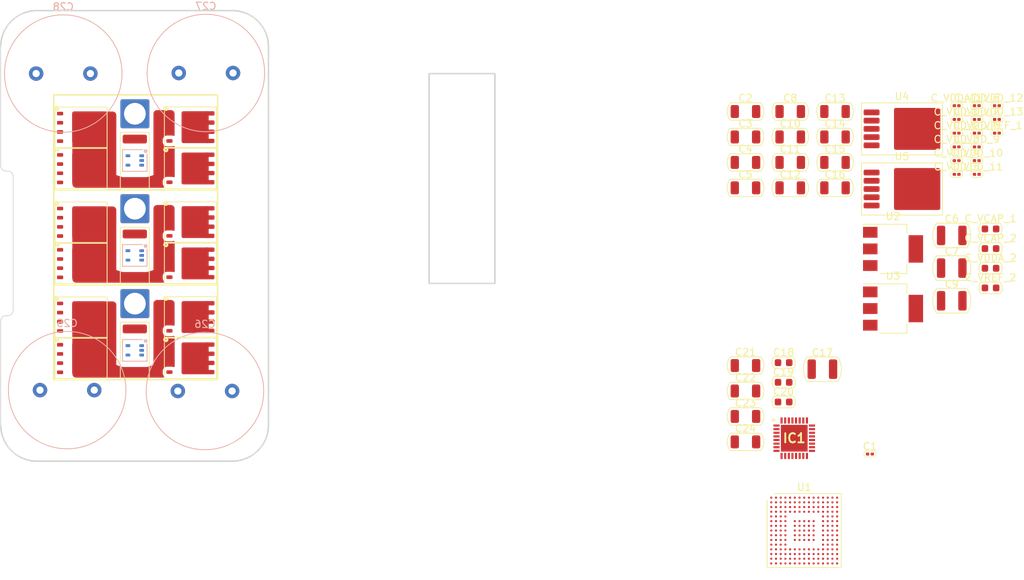
<source format=kicad_pcb>
(kicad_pcb (version 20221018) (generator pcbnew)
  (layers (0 "F.Cu" signal) (1 "In1.Cu" signal) (2 "In2.Cu" signal) (31 "B.Cu" signal) (34 "B.Paste" user) (35 "F.Paste" user) (36 "B.SilkS" user "B.Silkscreen") (37 "F.SilkS" user "F.Silkscreen") (38 "B.Mask" user) (39 "F.Mask" user) (44 "Edge.Cuts" user))
  (net 0 "")
  (net 1 "GND")
  (net 2 "GNDA")
  (net 3 "VCC")
  (net 4 "+3.3VA")
  (net 5 "Net-(IC1-HO3)")
  (net 6 "Net-(IC1-LO3)")
  (net 9 "Net-(IC1-HO2)")
  (net 10 "Net-(IC1-LO2)")
  (net 11 "Net-(IC1-HO1)")
  (net 12 "Net-(IC1-LO1)")
  (net 17 "/bldc_driver/CSENSE_C")
  (net 18 "/bldc_driver/CSENSE_B")
  (net 19 "/bldc_driver/CSENSE_A")
  (net 20 "/bldc_driver/PHASE_C")
  (net 21 "/bldc_driver/PHASE_A")
  (net 22 "/bldc_driver/PHASE_B")
  (net 23 "/bldc_driver/PHASE_A_CONN")
  (net 24 "/bldc_driver/PHASE_B_CONN")
  (net 25 "/bldc_driver/PHASE_C_CONN")
  (net 26 "Net-(U1-NRST)")
  (net 27 "+5V")
  (net 28 "+3.3V")
  (net 29 "+12V")
  (net 30 "Net-(IC1-RFE)")
  (net 31 "Net-(IC1-BJT_DR)")
  (net 32 "Net-(IC1-CP1)")
  (net 33 "Net-(IC1-CP2)")
  (net 34 "Net-(IC1-VCC)")
  (net 35 "Net-(IC1-VB3)")
  (net 36 "Net-(IC1-VB1)")
  (net 37 "Net-(IC1-VB2)")
  (net 38 "/VCAP")
  (net 39 "/VREF")
  (net 40 "/bldc_driver/LIN_C")
  (net 41 "/bldc_driver/LIN_B")
  (net 42 "/bldc_driver/LIN_A")
  (net 43 "/bldc_driver/HIN_C")
  (net 44 "/bldc_driver/HIN_B")
  (net 45 "/bldc_driver/HIN_A")
  (net 46 "Net-(IC1-ITRIP_CONF)")
  (net 192 "Net-(D1-K)")
  (net 193 "Net-(U4-FB)")
  (net 194 "Net-(D2-K)")
  (net 195 "Net-(U5-FB)")
  (footprint "PCM_Resistor_SMD_AKL:R_2512_6332Metric" (layer "F.Cu") (at 126.2786 81.138 -90)
    (fp_text reference "R9" hide)
    (fp_text value "1m" hide)
    (pad "1" smd roundrect (at -2.9625 0 270) (size 1.225 3.35) (layers "F.Cu" "F.Paste" "F.Mask") (roundrect_rratio 0.204082) (net 23 "/bldc_driver/PHASE_A_CONN"))
    (pad "2" smd roundrect (at 2.9625 0 270) (size 1.225 3.35) (layers "F.Cu" "F.Paste" "F.Mask") (roundrect_rratio 0.204082) (net 21 "/bldc_driver/PHASE_A"))
  )
  (footprint "PCM_Package_TO_SOT_SMD_AKL:TO-252-5_TabPin3" (layer "F.Cu") (at 232.3112 50.5026)
    (fp_text reference "U4" (at 0 -4.5) (layer "F.SilkS"))
    (fp_text value "~" hide)
    (pad "1" smd roundrect (at -4.2 -2.28) (size 2.2 0.8) (layers "F.Cu" "F.Paste" "F.Mask") (net 3 "VCC"))
    (pad "2" smd roundrect (at -4.2 -1.14) (size 2.2 0.8) (layers "F.Cu" "F.Paste" "F.Mask") (net 192 "Net-(D1-K)"))
    (pad "3" smd roundrect (at -4.2 0) (size 2.2 0.8) (layers "F.Cu" "F.Paste" "F.Mask") (net 1 "GND"))
    (pad "3" smd roundrect (at 2.1 0) (size 6.4 5.8) (layers "F.Cu" "F.Mask") (roundrect_rratio 0.04310344828) (net 1 "GND"))
    (pad "4" smd roundrect (at -4.2 1.14) (size 2.2 0.8) (layers "F.Cu" "F.Paste" "F.Mask") (net 193 "Net-(U4-FB)"))
    (pad "5" smd roundrect (at -4.2 2.28) (size 2.2 0.8) (layers "F.Cu" "F.Paste" "F.Mask") (net 1 "GND"))
  )
  (footprint "Package_TO_SOT_SMD:SOT-223-3_TabPin2" (layer "F.Cu") (at 231.0762 67.1076)
    (fp_text reference "U2" (at 0 -4.5) (layer "F.SilkS"))
    (fp_text value "LM1117MP-3.3")
    (pad "1" smd rect (at -3.15 -2.3) (size 2 1.5) (layers "F.Cu" "F.Paste" "F.Mask") (net 1 "GND"))
    (pad "2" smd rect (at -3.15 0) (size 2 1.5) (layers "F.Cu" "F.Paste" "F.Mask") (net 28 "+3.3V"))
    (pad "2" smd rect (at 3.15 0) (size 2 3.8) (layers "F.Cu" "F.Paste" "F.Mask") (net 28 "+3.3V"))
    (pad "3" smd rect (at -3.15 2.3) (size 2 1.5) (layers "F.Cu" "F.Paste" "F.Mask") (net 27 "+5V"))
  )
  (footprint "PCM_Package_SON_AKL:Infineon_PG-TDSON-8" (layer "F.Cu") (at 133.964 76.5302)
    (fp_text reference "Q7" hide)
    (fp_text value "TPH1R306PL" hide)
    (pad "1" smd roundrect (at -2.9 -1.905 270) (size 0.5 0.85) (layers "F.Cu" "F.Paste" "F.Mask") (net 21 "/bldc_driver/PHASE_A"))
    (pad "2" smd roundrect (at -2.9 -0.635 270) (size 0.5 0.85) (layers "F.Cu" "F.Paste" "F.Mask") (net 21 "/bldc_driver/PHASE_A"))
    (pad "3" smd roundrect (at -2.9 0.635 270) (size 0.5 0.85) (layers "F.Cu" "F.Paste" "F.Mask") (net 21 "/bldc_driver/PHASE_A"))
    (pad "4" smd roundrect (at -2.9 1.905 270) (size 0.5 0.85) (layers "F.Cu" "F.Paste" "F.Mask") (net 11 "Net-(IC1-HO1)"))
    (pad "5" smd roundrect (at 0.65 0 270) (size 4.41 3.75) (layers "F.Cu" "F.Mask") (roundrect_rratio 0.06666666667) (net 3 "VCC"))
    (pad "5" smd roundrect (at 2.6924 -1.905 270) (size 0.6 1.275) (layers "F.Cu" "F.Mask") (net 3 "VCC"))
    (pad "5" smd roundrect (at 2.7178 1.905 270) (size 0.6 1.2) (layers "F.Cu" "F.Mask") (net 3 "VCC"))
    (pad "5" smd roundrect (at 2.8448 -0.635 270) (size 0.6 0.975) (layers "F.Cu" "F.Mask") (net 3 "VCC"))
    (pad "5" smd roundrect (at 2.8448 0.635 270) (size 0.6 0.975) (layers "F.Cu" "F.Mask") (net 3 "VCC"))
  )
  (footprint "PCM_Capacitor_SMD_AKL:C_0603_1608Metric" (layer "F.Cu") (at 244.551139 64.342602)
    (fp_text reference "C_VCAP_1" (at 0 -1.43) (layer "F.SilkS"))
    (fp_text value "2.2uF" hide)
    (pad "1" smd roundrect (at -0.775 0) (size 0.9 0.95) (layers "F.Cu" "F.Paste" "F.Mask") (net 38 "/VCAP"))
    (pad "2" smd roundrect (at 0.775 0) (size 0.9 0.95) (layers "F.Cu" "F.Paste" "F.Mask") (net 1 "GND"))
  )
  (footprint "PCM_Capacitor_SMD_AKL:C_0201_0603Metric" (layer "F.Cu") (at 239.861203 56.792601)
    (fp_text reference "C_VDD_5" (at 0 -1.05) (layer "F.SilkS"))
    (fp_text value "100nF" hide)
    (pad "1" smd roundrect (at -0.32 0) (size 0.46 0.4) (layers "F.Cu" "F.Mask") (net 28 "+3.3V"))
    (pad "2" smd roundrect (at 0.32 0) (size 0.46 0.4) (layers "F.Cu" "F.Mask") (net 1 "GND"))
  )
  (footprint "PCM_Capacitor_SMD_AKL:C_1206_3216Metric" (layer "F.Cu") (at 216.866412 55.1426)
    (fp_text reference "C11" (at 0 -1.85) (layer "F.SilkS"))
    (fp_text value "22uF/25V" hide)
    (pad "1" smd roundrect (at -1.475 0) (size 1.15 1.8) (layers "F.Cu" "F.Paste" "F.Mask") (roundrect_rratio 0.217391) (net 29 "+12V"))
    (pad "2" smd roundrect (at 1.475 0) (size 1.15 1.8) (layers "F.Cu" "F.Paste" "F.Mask") (roundrect_rratio 0.217391) (net 1 "GND"))
  )
  (footprint "PCM_Capacitor_SMD_AKL:C_0201_0603Metric" (layer "F.Cu") (at 239.861203 52.992601)
    (fp_text reference "C_VDD_3" (at 0 -1.05) (layer "F.SilkS"))
    (fp_text value "100nF" hide)
    (pad "1" smd roundrect (at -0.32 0) (size 0.46 0.4) (layers "F.Cu" "F.Mask") (net 28 "+3.3V"))
    (pad "2" smd roundrect (at 0.32 0) (size 0.46 0.4) (layers "F.Cu" "F.Mask") (net 1 "GND"))
  )
  (footprint "PCM_Capacitor_SMD_AKL:C_1206_3216Metric" (layer "F.Cu") (at 223.054999 51.6226)
    (fp_text reference "C14" (at 0 -1.85) (layer "F.SilkS"))
    (fp_text value "22uF/25V" hide)
    (pad "1" smd roundrect (at -1.475 0) (size 1.15 1.8) (layers "F.Cu" "F.Paste" "F.Mask") (roundrect_rratio 0.217391) (net 27 "+5V"))
    (pad "2" smd roundrect (at 1.475 0) (size 1.15 1.8) (layers "F.Cu" "F.Paste" "F.Mask") (roundrect_rratio 0.217391) (net 1 "GND"))
  )
  (footprint "PCM_Package_SON_AKL:Infineon_PG-TDSON-8" (layer "F.Cu") (at 133.964 82.2452)
    (fp_text reference "Q11" hide)
    (fp_text value "TPH1R306PL" hide)
    (pad "1" smd roundrect (at -2.9 -1.905 270) (size 0.5 0.85) (layers "F.Cu" "F.Paste" "F.Mask") (net 21 "/bldc_driver/PHASE_A"))
    (pad "2" smd roundrect (at -2.9 -0.635 270) (size 0.5 0.85) (layers "F.Cu" "F.Paste" "F.Mask") (net 21 "/bldc_driver/PHASE_A"))
    (pad "3" smd roundrect (at -2.9 0.635 270) (size 0.5 0.85) (layers "F.Cu" "F.Paste" "F.Mask") (net 21 "/bldc_driver/PHASE_A"))
    (pad "4" smd roundrect (at -2.9 1.905 270) (size 0.5 0.85) (layers "F.Cu" "F.Paste" "F.Mask"))
    (pad "5" smd roundrect (at 0.65 0 270) (size 4.41 3.75) (layers "F.Cu" "F.Mask") (roundrect_rratio 0.06666666667) (net 3 "VCC"))
    (pad "5" smd roundrect (at 2.6924 -1.905 270) (size 0.6 1.275) (layers "F.Cu" "F.Mask") (net 3 "VCC"))
    (pad "5" smd roundrect (at 2.7178 1.905 270) (size 0.6 1.2) (layers "F.Cu" "F.Mask") (net 3 "VCC"))
    (pad "5" smd roundrect (at 2.8448 -0.635 270) (size 0.6 0.975) (layers "F.Cu" "F.Mask") (net 3 "VCC"))
    (pad "5" smd roundrect (at 2.8448 0.635 270) (size 0.6 0.975) (layers "F.Cu" "F.Mask") (net 3 "VCC"))
  )
  (footprint "PCM_Capacitor_SMD_AKL:C_0201_0603Metric" (layer "F.Cu") (at 239.861203 49.192601)
    (fp_text reference "C_VDD_1" (at 0 -1.05) (layer "F.SilkS"))
    (fp_text value "100nF" hide)
    (pad "1" smd roundrect (at -0.32 0) (size 0.46 0.4) (layers "F.Cu" "F.Mask") (net 28 "+3.3V"))
    (pad "2" smd roundrect (at 0.32 0) (size 0.46 0.4) (layers "F.Cu" "F.Mask") (net 1 "GND"))
  )
  (footprint "PCM_Capacitor_SMD_AKL:C_0201_0603Metric" (layer "F.Cu") (at 239.861203 51.092601)
    (fp_text reference "C_VDD_2" (at 0 -1.05) (layer "F.SilkS"))
    (fp_text value "100nF" hide)
    (pad "1" smd roundrect (at -0.32 0) (size 0.46 0.4) (layers "F.Cu" "F.Mask") (net 28 "+3.3V"))
    (pad "2" smd roundrect (at 0.32 0) (size 0.46 0.4) (layers "F.Cu" "F.Mask") (net 1 "GND"))
  )
  (footprint "PCM_Capacitor_SMD_AKL:C_0603_1608Metric" (layer "F.Cu") (at 215.951139 82.842602)
    (fp_text reference "C18" (at 0 -1.43) (layer "F.SilkS"))
    (fp_text value "1nF" hide)
    (pad "1" smd roundrect (at -0.775 0) (size 0.9 0.95) (layers "F.Cu" "F.Paste" "F.Mask") (net 30 "Net-(IC1-RFE)"))
    (pad "2" smd roundrect (at 0.775 0) (size 0.9 0.95) (layers "F.Cu" "F.Paste" "F.Mask") (net 1 "GND"))
  )
  (footprint "PCM_Capacitor_SMD_AKL:C_0201_0603Metric" (layer "F.Cu") (at 245.429959 51.092601)
    (fp_text reference "C_VREF_1" (at 0 -1.05) (layer "F.SilkS"))
    (fp_text value "100nF" hide)
    (pad "1" smd roundrect (at -0.32 0) (size 0.46 0.4) (layers "F.Cu" "F.Mask") (net 39 "/VREF"))
    (pad "2" smd roundrect (at 0.32 0) (size 0.46 0.4) (layers "F.Cu" "F.Mask") (net 1 "GND"))
  )
  (footprint "PCM_Capacitor_SMD_AKL:C_0201_0603Metric" (layer "F.Cu") (at 242.645581 51.092601)
    (fp_text reference "C_VDD_8" (at 0 -1.05) (layer "F.SilkS"))
    (fp_text value "100nF" hide)
    (pad "1" smd roundrect (at -0.32 0) (size 0.46 0.4) (layers "F.Cu" "F.Mask") (net 28 "+3.3V"))
    (pad "2" smd roundrect (at 0.32 0) (size 0.46 0.4) (layers "F.Cu" "F.Mask") (net 1 "GND"))
  )
  (footprint "PCM_Package_SON_AKL:Infineon_PG-TDSON-8" (layer "F.Cu") (at 118.851 50.292)
    (fp_text reference "Q2" hide)
    (fp_text value "TPH1R306PL" hide)
    (pad "1" smd roundrect (at -2.9 -1.905 270) (size 0.5 0.85) (layers "F.Cu" "F.Paste" "F.Mask") (net 1 "GND"))
    (pad "2" smd roundrect (at -2.9 -0.635 270) (size 0.5 0.85) (layers "F.Cu" "F.Paste" "F.Mask") (net 1 "GND"))
    (pad "3" smd roundrect (at -2.9 0.635 270) (size 0.5 0.85) (layers "F.Cu" "F.Paste" "F.Mask") (net 1 "GND"))
    (pad "4" smd roundrect (at -2.9 1.905 270) (size 0.5 0.85) (layers "F.Cu" "F.Paste" "F.Mask") (net 6 "Net-(IC1-LO3)"))
    (pad "5" smd roundrect (at 0.65 0 270) (size 4.41 3.75) (layers "F.Cu" "F.Mask") (roundrect_rratio 0.06666666667) (net 20 "/bldc_driver/PHASE_C"))
    (pad "5" smd roundrect (at 2.6924 -1.905 270) (size 0.6 1.275) (layers "F.Cu" "F.Mask") (net 20 "/bldc_driver/PHASE_C"))
    (pad "5" smd roundrect (at 2.7178 1.905 270) (size 0.6 1.2) (layers "F.Cu" "F.Mask") (net 20 "/bldc_driver/PHASE_C"))
    (pad "5" smd roundrect (at 2.8448 -0.635 270) (size 0.6 0.975) (layers "F.Cu" "F.Mask") (net 20 "/bldc_driver/PHASE_C"))
    (pad "5" smd roundrect (at 2.8448 0.635 270) (size 0.6 0.975) (layers "F.Cu" "F.Mask") (net 20 "/bldc_driver/PHASE_C"))
  )
  (footprint "Package_TO_SOT_SMD:SOT-223-3_TabPin2" (layer "F.Cu") (at 231.0762 75.3576)
    (fp_text reference "U3" (at 0 -4.5) (layer "F.SilkS"))
    (fp_text value "LM1117MP-3.3")
    (pad "1" smd rect (at -3.15 -2.3) (size 2 1.5) (layers "F.Cu" "F.Paste" "F.Mask") (net 2 "GNDA"))
    (pad "2" smd rect (at -3.15 0) (size 2 1.5) (layers "F.Cu" "F.Paste" "F.Mask") (net 4 "+3.3VA"))
    (pad "2" smd rect (at 3.15 0) (size 2 3.8) (layers "F.Cu" "F.Paste" "F.Mask") (net 4 "+3.3VA"))
    (pad "3" smd rect (at -3.15 2.3) (size 2 1.5) (layers "F.Cu" "F.Paste" "F.Mask") (net 27 "+5V"))
  )
  (footprint "Connector_Wire:SolderWire-2.5sqmm_1x01_D2.4mm_OD3.6mm" (layer "F.Cu") (at 126.2888 48.4124)
    (fp_text reference "J3" hide)
    (fp_text value "PHASE_C")
    (pad "1" thru_hole roundrect (at 0 0) (size 4 4) (drill 3) (layers "*.Cu" "*.Mask") (roundrect_rratio 0.0625) (net 25 "/bldc_driver/PHASE_C_CONN"))
  )
  (footprint "PCM_Capacitor_SMD_AKL:C_1206_3216Metric" (layer "F.Cu") (at 210.677825 93.8026)
    (fp_text reference "C24" (at 0 -1.85) (layer "F.SilkS"))
    (fp_text value "2.2uF" hide)
    (pad "1" smd roundrect (at -1.475 0) (size 1.15 1.8) (layers "F.Cu" "F.Paste" "F.Mask") (roundrect_rratio 0.217391) (net 37 "Net-(IC1-VB2)"))
    (pad "2" smd roundrect (at 1.475 0) (size 1.15 1.8) (layers "F.Cu" "F.Paste" "F.Mask") (roundrect_rratio 0.217391) (net 22 "/bldc_driver/PHASE_B"))
  )
  (footprint "PCM_Package_SON_AKL:Infineon_PG-TDSON-8" (layer "F.Cu") (at 118.851 56.007)
    (fp_text reference "Q4" hide)
    (fp_text value "TPH1R306PL" hide)
    (pad "1" smd roundrect (at -2.9 -1.905 270) (size 0.5 0.85) (layers "F.Cu" "F.Paste" "F.Mask") (net 1 "GND"))
    (pad "2" smd roundrect (at -2.9 -0.635 270) (size 0.5 0.85) (layers "F.Cu" "F.Paste" "F.Mask") (net 1 "GND"))
    (pad "3" smd roundrect (at -2.9 0.635 270) (size 0.5 0.85) (layers "F.Cu" "F.Paste" "F.Mask") (net 1 "GND"))
    (pad "4" smd roundrect (at -2.9 1.905 270) (size 0.5 0.85) (layers "F.Cu" "F.Paste" "F.Mask"))
    (pad "5" smd roundrect (at 0.65 0 270) (size 4.41 3.75) (layers "F.Cu" "F.Mask") (roundrect_rratio 0.06666666667) (net 20 "/bldc_driver/PHASE_C"))
    (pad "5" smd roundrect (at 2.6924 -1.905 270) (size 0.6 1.275) (layers "F.Cu" "F.Mask") (net 20 "/bldc_driver/PHASE_C"))
    (pad "5" smd roundrect (at 2.7178 1.905 270) (size 0.6 1.2) (layers "F.Cu" "F.Mask") (net 20 "/bldc_driver/PHASE_C"))
    (pad "5" smd roundrect (at 2.8448 -0.635 270) (size 0.6 0.975) (layers "F.Cu" "F.Mask") (net 20 "/bldc_driver/PHASE_C"))
    (pad "5" smd roundrect (at 2.8448 0.635 270) (size 0.6 0.975) (layers "F.Cu" "F.Mask") (net 20 "/bldc_driver/PHASE_C"))
  )
  (footprint "PCM_Capacitor_SMD_AKL:C_0201_0603Metric" (layer "F.Cu") (at 242.645581 47.292601)
    (fp_text reference "C_VDD_6" (at 0 -1.05) (layer "F.SilkS"))
    (fp_text value "100nF" hide)
    (pad "1" smd roundrect (at -0.32 0) (size 0.46 0.4) (layers "F.Cu" "F.Mask") (net 28 "+3.3V"))
    (pad "2" smd roundrect (at 0.32 0) (size 0.46 0.4) (layers "F.Cu" "F.Mask") (net 1 "GND"))
  )
  (footprint "PCM_Capacitor_SMD_AKL:C_0201_0603Metric" (layer "F.Cu") (at 239.861203 47.292601)
    (fp_text reference "C_VDDA_1" (at 0 -1.05) (layer "F.SilkS"))
    (fp_text value "100nF" hide)
    (pad "1" smd roundrect (at -0.32 0) (size 0.46 0.4) (layers "F.Cu" "F.Mask") (net 4 "+3.3VA"))
    (pad "2" smd roundrect (at 0.32 0) (size 0.46 0.4) (layers "F.Cu" "F.Mask") (net 2 "GNDA"))
  )
  (footprint "PCM_Capacitor_SMD_AKL:C_1206_3216Metric" (layer "F.Cu") (at 216.866412 48.1026)
    (fp_text reference "C8" (at 0 -1.85) (layer "F.SilkS"))
    (fp_text value "22uF/25V" hide)
    (pad "1" smd roundrect (at -1.475 0) (size 1.15 1.8) (layers "F.Cu" "F.Paste" "F.Mask") (roundrect_rratio 0.217391) (net 29 "+12V"))
    (pad "2" smd roundrect (at 1.475 0) (size 1.15 1.8) (layers "F.Cu" "F.Paste" "F.Mask") (roundrect_rratio 0.217391) (net 1 "GND"))
  )
  (footprint "PCM_Resistor_SMD_AKL:R_2512_6332Metric" (layer "F.Cu") (at 126.2786 68.0062 -90)
    (fp_text reference "R8" hide)
    (fp_text value "1m" hide)
    (pad "1" smd roundrect (at -2.9625 0 270) (size 1.225 3.35) (layers "F.Cu" "F.Paste" "F.Mask") (roundrect_rratio 0.204082) (net 24 "/bldc_driver/PHASE_B_CONN"))
    (pad "2" smd roundrect (at 2.9625 0 270) (size 1.225 3.35) (layers "F.Cu" "F.Paste" "F.Mask") (roundrect_rratio 0.204082) (net 22 "/bldc_driver/PHASE_B"))
  )
  (footprint "PCM_Capacitor_SMD_AKL:C_1206_3216Metric" (layer "F.Cu") (at 210.677825 58.6626)
    (fp_text reference "C5" (at 0 -1.85) (layer "F.SilkS"))
    (fp_text value "22uF/25V" hide)
    (pad "1" smd roundrect (at -1.475 0) (size 1.15 1.8) (layers "F.Cu" "F.Paste" "F.Mask") (roundrect_rratio 0.217391) (net 27 "+5V"))
    (pad "2" smd roundrect (at 1.475 0) (size 1.15 1.8) (layers "F.Cu" "F.Paste" "F.Mask") (roundrect_rratio 0.217391) (net 2 "GNDA"))
  )
  (footprint "PCM_Capacitor_SMD_AKL:C_1206_3216Metric" (layer "F.Cu") (at 210.677825 48.1026)
    (fp_text reference "C2" (at 0 -1.85) (layer "F.SilkS"))
    (fp_text value "22uF/25V" hide)
    (pad "1" smd roundrect (at -1.475 0) (size 1.15 1.8) (layers "F.Cu" "F.Paste" "F.Mask") (roundrect_rratio 0.217391) (net 27 "+5V"))
    (pad "2" smd roundrect (at 1.475 0) (size 1.15 1.8) (layers "F.Cu" "F.Paste" "F.Mask") (roundrect_rratio 0.217391) (net 1 "GND"))
  )
  (footprint "PCM_Capacitor_SMD_AKL:C_0603_1608Metric" (layer "F.Cu") (at 215.951139 88.28261)
    (fp_text reference "C20" (at 0 -1.43) (layer "F.SilkS"))
    (fp_text value "10nF/25V" hide)
    (pad "1" smd roundrect (at -0.775 0) (size 0.9 0.95) (layers "F.Cu" "F.Paste" "F.Mask") (net 32 "Net-(IC1-CP1)"))
    (pad "2" smd roundrect (at 0.775 0) (size 0.9 0.95) (layers "F.Cu" "F.Paste" "F.Mask") (net 33 "Net-(IC1-CP2)"))
  )
  (footprint "PCM_Package_TO_SOT_SMD_AKL:TO-252-5_TabPin3" (layer "F.Cu") (at 232.3112 58.8226)
    (fp_text reference "U5" (at 0 -4.5) (layer "F.SilkS"))
    (fp_text value "~" hide)
    (pad "1" smd roundrect (at -4.2 -2.28) (size 2.2 0.8) (layers "F.Cu" "F.Paste" "F.Mask") (net 29 "+12V"))
    (pad "2" smd roundrect (at -4.2 -1.14) (size 2.2 0.8) (layers "F.Cu" "F.Paste" "F.Mask") (net 194 "Net-(D2-K)"))
    (pad "3" smd roundrect (at -4.2 0) (size 2.2 0.8) (layers "F.Cu" "F.Paste" "F.Mask") (net 1 "GND"))
    (pad "3" smd roundrect (at 2.1 0) (size 6.4 5.8) (layers "F.Cu" "F.Mask") (roundrect_rratio 0.04310344828) (net 1 "GND"))
    (pad "4" smd roundrect (at -4.2 1.14) (size 2.2 0.8) (layers "F.Cu" "F.Paste" "F.Mask") (net 195 "Net-(U5-FB)"))
    (pad "5" smd roundrect (at -4.2 2.28) (size 2.2 0.8) (layers "F.Cu" "F.Paste" "F.Mask") (net 1 "GND"))
  )
  (footprint "PCM_Package_SON_AKL:Infineon_PG-TDSON-8" (layer "F.Cu") (at 118.851 69.1388)
    (fp_text reference "Q10" hide)
    (fp_text value "TPH1R306PL" hide)
    (pad "1" smd roundrect (at -2.9 -1.905 270) (size 0.5 0.85) (layers "F.Cu" "F.Paste" "F.Mask") (net 1 "GND"))
    (pad "2" smd roundrect (at -2.9 -0.635 270) (size 0.5 0.85) (layers "F.Cu" "F.Paste" "F.Mask") (net 1 "GND"))
    (pad "3" smd roundrect (at -2.9 0.635 270) (size 0.5 0.85) (layers "F.Cu" "F.Paste" "F.Mask") (net 1 "GND"))
    (pad "4" smd roundrect (at -2.9 1.905 270) (size 0.5 0.85) (layers "F.Cu" "F.Paste" "F.Mask"))
    (pad "5" smd roundrect (at 0.65 0 270) (size 4.41 3.75) (layers "F.Cu" "F.Mask") (roundrect_rratio 0.06666666667) (net 22 "/bldc_driver/PHASE_B"))
    (pad "5" smd roundrect (at 2.6924 -1.905 270) (size 0.6 1.275) (layers "F.Cu" "F.Mask") (net 22 "/bldc_driver/PHASE_B"))
    (pad "5" smd roundrect (at 2.7178 1.905 270) (size 0.6 1.2) (layers "F.Cu" "F.Mask") (net 22 "/bldc_driver/PHASE_B"))
    (pad "5" smd roundrect (at 2.8448 -0.635 270) (size 0.6 0.975) (layers "F.Cu" "F.Mask") (net 22 "/bldc_driver/PHASE_B"))
    (pad "5" smd roundrect (at 2.8448 0.635 270) (size 0.6 0.975) (layers "F.Cu" "F.Mask") (net 22 "/bldc_driver/PHASE_B"))
  )
  (footprint "PCM_Capacitor_SMD_AKL:C_0603_1608Metric" (layer "F.Cu") (at 244.551139 69.78261)
    (fp_text reference "C_VDDA_2" (at 0 -1.43) (layer "F.SilkS"))
    (fp_text value "1uF" hide)
    (pad "1" smd roundrect (at -0.775 0) (size 0.9 0.95) (layers "F.Cu" "F.Paste" "F.Mask") (net 4 "+3.3VA"))
    (pad "2" smd roundrect (at 0.775 0) (size 0.9 0.95) (layers "F.Cu" "F.Paste" "F.Mask") (net 2 "GNDA"))
  )
  (footprint "Connector_Wire:SolderWire-2.5sqmm_1x01_D2.4mm_OD3.6mm" (layer "F.Cu") (at 126.2888 74.676)
    (fp_text reference "J1" hide)
    (fp_text value "PHASE_A")
    (pad "1" thru_hole roundrect (at 0 0) (size 4 4) (drill 3) (layers "*.Cu" "*.Mask") (roundrect_rratio 0.0625) (net 23 "/bldc_driver/PHASE_A_CONN"))
  )
  (footprint "Package_BGA:UFBGA-201_10x10mm_Layout15x15_P0.65mm" (layer "F.Cu") (at 218.799 106.0658)
    (fp_text reference "U1" (at 0 -6) (layer "F.SilkS"))
    (fp_text value "STM32H753IIKx")
    (pad "A1" smd circle (at -4.55 -4.55) (size 0.3 0.3) (layers "F.Cu" "F.Paste" "F.Mask"))
    (pad "A2" smd circle (at -3.9 -4.55) (size 0.3 0.3) (layers "F.Cu" "F.Paste" "F.Mask"))
    (pad "A3" smd circle (at -3.25 -4.55) (size 0.3 0.3) (layers "F.Cu" "F.Paste" "F.Mask"))
    (pad "A4" smd circle (at -2.6 -4.55) (size 0.3 0.3) (layers "F.Cu" "F.Paste" "F.Mask"))
    (pad "A5" smd circle (at -1.95 -4.55) (size 0.3 0.3) (layers "F.Cu" "F.Paste" "F.Mask"))
    (pad "A6" smd circle (at -1.3 -4.55) (size 0.3 0.3) (layers "F.Cu" "F.Paste" "F.Mask"))
    (pad "A7" smd circle (at -0.65 -4.55) (size 0.3 0.3) (layers "F.Cu" "F.Paste" "F.Mask"))
    (pad "A8" smd circle (at 0 -4.55) (size 0.3 0.3) (layers "F.Cu" "F.Paste" "F.Mask"))
    (pad "A9" smd circle (at 0.65 -4.55) (size 0.3 0.3) (layers "F.Cu" "F.Paste" "F.Mask"))
    (pad "A10" smd circle (at 1.3 -4.55) (size 0.3 0.3) (layers "F.Cu" "F.Paste" "F.Mask"))
    (pad "A11" smd circle (at 1.95 -4.55) (size 0.3 0.3) (layers "F.Cu" "F.Paste" "F.Mask"))
    (pad "A12" smd circle (at 2.6 -4.55) (size 0.3 0.3) (layers "F.Cu" "F.Paste" "F.Mask"))
    (pad "A13" smd circle (at 3.25 -4.55) (size 0.3 0.3) (layers "F.Cu" "F.Paste" "F.Mask"))
    (pad "A14" smd circle (at 3.9 -4.55) (size 0.3 0.3) (layers "F.Cu" "F.Paste" "F.Mask"))
    (pad "A15" smd circle (at 4.55 -4.55) (size 0.3 0.3) (layers "F.Cu" "F.Paste" "F.Mask"))
    (pad "B1" smd circle (at -4.55 -3.9) (size 0.3 0.3) (layers "F.Cu" "F.Paste" "F.Mask"))
    (pad "B2" smd circle (at -3.9 -3.9) (size 0.3 0.3) (layers "F.Cu" "F.Paste" "F.Mask"))
    (pad "B3" smd circle (at -3.25 -3.9) (size 0.3 0.3) (layers "F.Cu" "F.Paste" "F.Mask"))
    (pad "B4" smd circle (at -2.6 -3.9) (size 0.3 0.3) (layers "F.Cu" "F.Paste" "F.Mask"))
    (pad "B5" smd circle (at -1.95 -3.9) (size 0.3 0.3) (layers "F.Cu" "F.Paste" "F.Mask"))
    (pad "B6" smd circle (at -1.3 -3.9) (size 0.3 0.3) (layers "F.Cu" "F.Paste" "F.Mask"))
    (pad "B7" smd circle (at -0.65 -3.9) (size 0.3 0.3) (layers "F.Cu" "F.Paste" "F.Mask"))
    (pad "B8" smd circle (at 0 -3.9) (size 0.3 0.3) (layers "F.Cu" "F.Paste" "F.Mask"))
    (pad "B9" smd circle (at 0.65 -3.9) (size 0.3 0.3) (layers "F.Cu" "F.Paste" "F.Mask"))
    (pad "B10" smd circle (at 1.3 -3.9) (size 0.3 0.3) (layers "F.Cu" "F.Paste" "F.Mask"))
    (pad "B11" smd circle (at 1.95 -3.9) (size 0.3 0.3) (layers "F.Cu" "F.Paste" "F.Mask"))
    (pad "B12" smd circle (at 2.6 -3.9) (size 0.3 0.3) (layers "F.Cu" "F.Paste" "F.Mask"))
    (pad "B13" smd circle (at 3.25 -3.9) (size 0.3 0.3) (layers "F.Cu" "F.Paste" "F.Mask"))
    (pad "B14" smd circle (at 3.9 -3.9) (size 0.3 0.3) (layers "F.Cu" "F.Paste" "F.Mask"))
    (pad "B15" smd circle (at 4.55 -3.9) (size 0.3 0.3) (layers "F.Cu" "F.Paste" "F.Mask"))
    (pad "C1" smd circle (at -4.55 -3.25) (size 0.3 0.3) (layers "F.Cu" "F.Paste" "F.Mask") (net 28 "+3.3V"))
    (pad "C2" smd circle (at -3.9 -3.25) (size 0.3 0.3) (layers "F.Cu" "F.Paste" "F.Mask"))
    (pad "C3" smd circle (at -3.25 -3.25) (size 0.3 0.3) (layers "F.Cu" "F.Paste" "F.Mask"))
    (pad "C4" smd circle (at -2.6 -3.25) (size 0.3 0.3) (layers "F.Cu" "F.Paste" "F.Mask"))
    (pad "C5" smd circle (at -1.95 -3.25) (size 0.3 0.3) (layers "F.Cu" "F.Paste" "F.Mask") (net 28 "+3.3V"))
    (pad "C6" smd circle (at -1.3 -3.25) (size 0.3 0.3) (layers "F.Cu" "F.Paste" "F.Mask") (net 28 "+3.3V"))
    (pad "C7" smd circle (at -0.65 -3.25) (size 0.3 0.3) (layers "F.Cu" "F.Paste" "F.Mask") (net 28 "+3.3V"))
    (pad "C8" smd circle (at 0 -3.25) (size 0.3 0.3) (layers "F.Cu" "F.Paste" "F.Mask") (net 28 "+3.3V"))
    (pad "C9" smd circle (at 0.65 -3.25) (size 0.3 0.3) (layers "F.Cu" "F.Paste" "F.Mask") (net 28 "+3.3V"))
    (pad "C10" smd circle (at 1.3 -3.25) (size 0.3 0.3) (layers "F.Cu" "F.Paste" "F.Mask"))
    (pad "C11" smd circle (at 1.95 -3.25) (size 0.3 0.3) (layers "F.Cu" "F.Paste" "F.Mask"))
    (pad "C12" smd circle (at 2.6 -3.25) (size 0.3 0.3) (layers "F.Cu" "F.Paste" "F.Mask"))
    (pad "C13" smd circle (at 3.25 -3.25) (size 0.3 0.3) (layers "F.Cu" "F.Paste" "F.Mask"))
    (pad "C14" smd circle (at 3.9 -3.25) (size 0.3 0.3) (layers "F.Cu" "F.Paste" "F.Mask"))
    (pad "C15" smd circle (at 4.55 -3.25) (size 0.3 0.3) (layers "F.Cu" "F.Paste" "F.Mask"))
    (pad "D1" smd circle (at -4.55 -2.6) (size 0.3 0.3) (layers "F.Cu" "F.Paste" "F.Mask"))
    (pad "D2" smd circle (at -3.9 -2.6) (size 0.3 0.3) (layers "F.Cu" "F.Paste" "F.Mask"))
    (pad "D3" smd circle (at -3.25 -2.6) (size 0.3 0.3) (layers "F.Cu" "F.Paste" "F.Mask"))
    (pad "D4" smd circle (at -2.6 -2.6) (size 0.3 0.3) (layers "F.Cu" "F.Paste" "F.Mask"))
    (pad "D5" smd circle (at -1.95 -2.6) (size 0.3 0.3) (layers "F.Cu" "F.Paste" "F.Mask") (net 1 "GND"))
    (pad "D6" smd circle (at -1.3 -2.6) (size 0.3 0.3) (layers "F.Cu" "F.Paste" "F.Mask") (net 1 "GND"))
    (pad "D7" smd circle (at -0.65 -2.6) (size 0.3 0.3) (layers "F.Cu" "F.Paste" "F.Mask") (net 1 "GND"))
    (pad "D8" smd circle (at 0 -2.6) (size 0.3 0.3) (layers "F.Cu" "F.Paste" "F.Mask") (net 1 "GND"))
    (pad "D9" smd circle (at 0.65 -2.6) (size 0.3 0.3) (layers "F.Cu" "F.Paste" "F.Mask") (net 1 "GND"))
    (pad "D10" smd circle (at 1.3 -2.6) (size 0.3 0.3) (layers "F.Cu" "F.Paste" "F.Mask"))
    (pad "D11" smd circle (at 1.95 -2.6) (size 0.3 0.3) (layers "F.Cu" "F.Paste" "F.Mask"))
    (pad "D12" smd circle (at 2.6 -2.6) (size 0.3 0.3) (layers "F.Cu" "F.Paste" "F.Mask"))
    (pad "D13" smd circle (at 3.25 -2.6) (size 0.3 0.3) (layers "F.Cu" "F.Paste" "F.Mask"))
    (pad "D14" smd circle (at 3.9 -2.6) (size 0.3 0.3) (layers "F.Cu" "F.Paste" "F.Mask"))
    (pad "D15" smd circle (at 4.55 -2.6) (size 0.3 0.3) (layers "F.Cu" "F.Paste" "F.Mask"))
    (pad "E1" smd circle (at -4.55 -1.95) (size 0.3 0.3) (layers "F.Cu" "F.Paste" "F.Mask"))
    (pad "E2" smd circle (at -3.9 -1.95) (size 0.3 0.3) (layers "F.Cu" "F.Paste" "F.Mask"))
    (pad "E3" smd circle (at -3.25 -1.95) (size 0.3 0.3) (layers "F.Cu" "F.Paste" "F.Mask"))
    (pad "E4" smd circle (at -2.6 -1.95) (size 0.3 0.3) (layers "F.Cu" "F.Paste" "F.Mask"))
    (pad "E12" smd circle (at 2.6 -1.95) (size 0.3 0.3) (layers "F.Cu" "F.Paste" "F.Mask"))
    (pad "E13" smd circle (at 3.25 -1.95) (size 0.3 0.3) (layers "F.Cu" "F.Paste" "F.Mask"))
    (pad "E14" smd circle (at 3.9 -1.95) (size 0.3 0.3) (layers "F.Cu" "F.Paste" "F.Mask"))
    (pad "E15" smd circle (at 4.55 -1.95) (size 0.3 0.3) (layers "F.Cu" "F.Paste" "F.Mask"))
    (pad "F1" smd circle (at -4.55 -1.3) (size 0.3 0.3) (layers "F.Cu" "F.Paste" "F.Mask"))
    (pad "F2" smd circle (at -3.9 -1.3) (size 0.3 0.3) (layers "F.Cu" "F.Paste" "F.Mask") (net 1 "GND"))
    (pad "F3" smd circle (at -3.25 -1.3) (size 0.3 0.3) (layers "F.Cu" "F.Paste" "F.Mask") (net 28 "+3.3V"))
    (pad "F4" smd circle (at -2.6 -1.3) (size 0.3 0.3) (layers "F.Cu" "F.Paste" "F.Mask"))
    (pad "F6" smd circle (at -1.3 -1.3) (size 0.3 0.3) (layers "F.Cu" "F.Paste" "F.Mask") (net 1 "GND"))
    (pad "F7" smd circle (at -0.65 -1.3) (size 0.3 0.3) (layers "F.Cu" "F.Paste" "F.Mask") (net 1 "GND"))
    (pad "F8" smd circle (at 0 -1.3) (size 0.3 0.3) (layers "F.Cu" "F.Paste" "F.Mask") (net 1 "GND"))
    (pad "F9" smd circle (at 0.65 -1.3) (size 0.3 0.3) (layers "F.Cu" "F.Paste" "F.Mask") (net 1 "GND"))
    (pad "F10" smd circle (at 1.3 -1.3) (size 0.3 0.3) (layers "F.Cu" "F.Paste" "F.Mask") (net 1 "GND"))
    (pad "F12" smd circle (at 2.6 -1.3) (size 0.3 0.3) (layers "F.Cu" "F.Paste" "F.Mask") (net 1 "GND"))
    (pad "F13" smd circle (at 3.25 -1.3) (size 0.3 0.3) (layers "F.Cu" "F.Paste" "F.Mask") (net 38 "/VCAP"))
    (pad "F14" smd circle (at 3.9 -1.3) (size 0.3 0.3) (layers "F.Cu" "F.Paste" "F.Mask"))
    (pad "F15" smd circle (at 4.55 -1.3) (size 0.3 0.3) (layers "F.Cu" "F.Paste" "F.Mask"))
    (pad "G1" smd circle (at -4.55 -0.65) (size 0.3 0.3) (layers "F.Cu" "F.Paste" "F.Mask"))
    (pad "G2" smd circle (at -3.9 -0.65) (size 0.3 0.3) (layers "F.Cu" "F.Paste" "F.Mask") (net 1 "GND"))
    (pad "G3" smd circle (at -3.25 -0.65) (size 0.3 0.3) (layers "F.Cu" "F.Paste" "F.Mask") (net 28 "+3.3V"))
    (pad "G4" smd circle (at -2.6 -0.65) (size 0.3 0.3) (layers "F.Cu" "F.Paste" "F.Mask"))
    (pad "G6" smd circle (at -1.3 -0.65) (size 0.3 0.3) (layers "F.Cu" "F.Paste" "F.Mask") (net 1 "GND"))
    (pad "G7" smd circle (at -0.65 -0.65) (size 0.3 0.3) (layers "F.Cu" "F.Paste" "F.Mask") (net 1 "GND"))
    (pad "G8" smd circle (at 0 -0.65) (size 0.3 0.3) (layers "F.Cu" "F.Paste" "F.Mask") (net 1 "GND"))
    (pad "G9" smd circle (at 0.65 -0.65) (size 0.3 0.3) (layers "F.Cu" "F.Paste" "F.Mask") (net 1 "GND"))
    (pad "G10" smd circle (at 1.3 -0.65) (size 0.3 0.3) (layers "F.Cu" "F.Paste" "F.Mask") (net 1 "GND"))
    (pad "G12" smd circle (at 2.6 -0.65) (size 0.3 0.3) (layers "F.Cu" "F.Paste" "F.Mask") (net 1 "GND"))
    (pad "G13" smd circle (at 3.25 -0.65) (size 0.3 0.3) (layers "F.Cu" "F.Paste" "F.Mask") (net 28 "+3.3V"))
    (pad "G14" smd circle (at 3.9 -0.65) (size 0.3 0.3) (layers "F.Cu" "F.Paste" "F.Mask"))
    (pad "G15" smd circle (at 4.55 -0.65) (size 0.3 0.3) (layers "F.Cu" "F.Paste" "F.Mask"))
    (pad "H1" smd circle (at -4.55 0) (size 0.3 0.3) (layers "F.Cu" "F.Paste" "F.Mask"))
    (pad "H2" smd circle (at -3.9 0) (size 0.3 0.3) (layers "F.Cu" "F.Paste" "F.Mask"))
    (pad "H3" smd circle (at -3.25 0) (size 0.3 0.3) (layers "F.Cu" "F.Paste" "F.Mask"))
    (pad "H4" smd circle (at -2.6 0) (size 0.3 0.3) (layers "F.Cu" "F.Paste" "F.Mask"))
    (pad "H6" smd circle (at -1.3 0) (size 0.3 0.3) (layers "F.Cu" "F.Paste" "F.Mask") (net 1 "GND"))
    (pad "H7" smd circle (at -0.65 0) (size 0.3 0.3) (layers "F.Cu" "F.Paste" "F.Mask") (net 1 "GND"))
    (pad "H8" smd circle (at 0 0) (size 0.3 0.3) (layers "F.Cu" "F.Paste" "F.Mask") (net 1 "GND"))
    (pad "H9" smd circle (at 0.65 0) (size 0.3 0.3) (layers "F.Cu" "F.Paste" "F.Mask") (net 1 "GND"))
    (pad "H10" smd circle (at 1.3 0) (size 0.3 0.3) (layers "F.Cu" "F.Paste" "F.Mask") (net 1 "GND"))
    (pad "H12" smd circle (at 2.6 0) (size 0.3 0.3) (layers "F.Cu" "F.Paste" "F.Mask") (net 1 "GND"))
    (pad "H13" smd circle (at 3.25 0) (size 0.3 0.3) (layers "F.Cu" "F.Paste" "F.Mask"))
    (pad "H14" smd circle (at 3.9 0) (size 0.3 0.3) (layers "F.Cu" "F.Paste" "F.Mask"))
    (pad "H15" smd circle (at 4.55 0) (size 0.3 0.3) (layers "F.Cu" "F.Paste" "F.Mask"))
    (pad "J1" smd circle (at -4.55 0.65) (size 0.3 0.3) (layers "F.Cu" "F.Paste" "F.Mask") (net 26 "Net-(U1-NRST)"))
    (pad "J2" smd circle (at -3.9 0.65) (size 0.3 0.3) (layers "F.Cu" "F.Paste" "F.Mask"))
    (pad "J3" smd circle (at -3.25 0.65) (size 0.3 0.3) (layers "F.Cu" "F.Paste" "F.Mask"))
    (pad "J4" smd circle (at -2.6 0.65) (size 0.3 0.3) (layers "F.Cu" "F.Paste" "F.Mask"))
    (pad "J6" smd circle (at -1.3 0.65) (size 0.3 0.3) (layers "F.Cu" "F.Paste" "F.Mask") (net 1 "GND"))
    (pad "J7" smd circle (at -0.65 0.65) (size 0.3 0.3) (layers "F.Cu" "F.Paste" "F.Mask") (net 1 "GND"))
    (pad "J8" smd circle (at 0 0.65) (size 0.3 0.3) (layers "F.Cu" "F.Paste" "F.Mask") (net 1 "GND"))
    (pad "J9" smd circle (at 0.65 0.65) (size 0.3 0.3) (layers "F.Cu" "F.Paste" "F.Mask") (net 1 "GND"))
    (pad "J10" smd circle (at 1.3 0.65) (size 0.3 0.3) (layers "F.Cu" "F.Paste" "F.Mask") (net 1 "GND"))
    (pad "J12" smd circle (at 2.6 0.65) (size 0.3 0.3) (layers "F.Cu" "F.Paste" "F.Mask") (net 28 "+3.3V"))
    (pad "J13" smd circle (at 3.25 0.65) (size 0.3 0.3) (layers "F.Cu" "F.Paste" "F.Mask") (net 28 "+3.3V"))
    (pad "J14" smd circle (at 3.9 0.65) (size 0.3 0.3) (layers "F.Cu" "F.Paste" "F.Mask"))
    (pad "J15" smd circle (at 4.55 0.65) (size 0.3 0.3) (layers "F.Cu" "F.Paste" "F.Mask"))
    (pad "K1" smd circle (at -4.55 1.3) (size 0.3 0.3) (layers "F.Cu" "F.Paste" "F.Mask"))
    (pad "K2" smd circle (at -3.9 1.3) (size 0.3 0.3) (layers "F.Cu" "F.Paste" "F.Mask"))
    (pad "K3" smd circle (at -3.25 1.3) (size 0.3 0.3) (layers "F.Cu" "F.Paste" "F.Mask"))
    (pad "K4" smd circle (at -2.6 1.3) (size 0.3 0.3) (layers "F.Cu" "F.Paste" "F.Mask") (net 28 "+3.3V"))
    (pad "K6" smd circle (at -1.3 1.3) (size 0.3 0.3) (layers "F.Cu" "F.Paste" "F.Mask") (net 1 "GND"))
    (pad "K7" smd circle (at -0.65 1.3) (size 0.3 0.3) (layers "F.Cu" "F.Paste" "F.Mask") (net 1 "GND"))
    (pad "K8" smd circle (at 0 1.3) (size 0.3 0.3) (layers "F.Cu" "F.Paste" "F.Mask") (net 1 "GND"))
    (pad "K9" smd circle (at 0.65 1.3) (size 0.3 0.3) (layers "F.Cu" "F.Paste" "F.Mask") (net 1 "GND"))
    (pad "K10" smd circle (at 1.3 1.3) (size 0.3 0.3) (layers "F.Cu" "F.Paste" "F.Mask") (net 1 "GND"))
    (pad "K12" smd circle (at 2.6 1.3) (size 0.3 0.3) (layers "F.Cu" "F.Paste" "F.Mask"))
    (pad "K13" smd circle (at 3.25 1.3) (size 0.3 0.3) (layers "F.Cu" "F.Paste" "F.Mask"))
    (pad "K14" smd circle (at 3.9 1.3) (size 0.3 0.3) (layers "F.Cu" "F.Paste" "F.Mask"))
    (pad "K15" smd circle (at 4.55 1.3) (size 0.3 0.3) (layers "F.Cu" "F.Paste" "F.Mask"))
    (pad "L1" smd circle (at -4.55 1.95) (size 0.3 0.3) (layers "F.Cu" "F.Paste" "F.Mask"))
    (pad "L2" smd circle (at -3.9 1.95) (size 0.3 0.3) (layers "F.Cu" "F.Paste" "F.Mask"))
    (pad "L3" smd circle (at -3.25 1.95) (size 0.3 0.3) (layers "F.Cu" "F.Paste" "F.Mask"))
    (pad "L4" smd circle (at -2.6 1.95) (size 0.3 0.3) (layers "F.Cu" "F.Paste" "F.Mask") (net 1 "GND"))
    (pad "L12" smd circle (at 2.6 1.95) (size 0.3 0.3) (layers "F.Cu" "F.Paste" "F.Mask"))
    (pad "L13" smd circle (at 3.25 1.95) (size 0.3 0.3) (layers "F.Cu" "F.Paste" "F.Mask"))
    (pad "L14" smd circle (at 3.9 1.95) (size 0.3 0.3) (layers "F.Cu" "F.Paste" "F.Mask"))
    (pad "L15" smd circle (at 4.55 1.95) (size 0.3 0.3) (layers "F.Cu" "F.Paste" "F.Mask"))
    (pad "M1" smd circle (at -4.55 2.6) (size 0.3 0.3) (layers "F.Cu" "F.Paste" "F.Mask") (net 2 "GNDA"))
    (pad "M2" smd circle (at -3.9 2.6) (size 0.3 0.3) (layers "F.Cu" "F.Paste" "F.Mask"))
    (pad "M3" smd circle (at -3.25 2.6) (size 0.3 0.3) (layers "F.Cu" "F.Paste" "F.Mask"))
    (pad "M4" smd circle (at -2.6 2.6) (size 0.3 0.3) (layers "F.Cu" "F.Paste" "F.Mask"))
    (pad "M5" smd circle (at -1.95 2.6) (size 0.3 0.3) (layers "F.Cu" "F.Paste" "F.Mask"))
    (pad "M6" smd circle (at -1.3 2.6) (size 0.3 0.3) (layers "F.Cu" "F.Paste" "F.Mask"))
    (pad "M7" smd circle (at -0.65 2.6) (size 0.3 0.3) (layers "F.Cu" "F.Paste" "F.Mask"))
    (pad "M8" smd circle (at 0 2.6) (size 0.3 0.3) (layers "F.Cu" "F.Paste" "F.Mask") (net 1 "GND"))
    (pad "M9" smd circle (at 0.65 2.6) (size 0.3 0.3) (layers "F.Cu" "F.Paste" "F.Mask") (net 1 "GND"))
    (pad "M10" smd circle (at 1.3 2.6) (size 0.3 0.3) (layers "F.Cu" "F.Paste" "F.Mask") (net 38 "/VCAP"))
    (pad "M11" smd circle (at 1.95 2.6) (size 0.3 0.3) (layers "F.Cu" "F.Paste" "F.Mask"))
    (pad "M12" smd circle (at 2.6 2.6) (size 0.3 0.3) (layers "F.Cu" "F.Paste" "F.Mask"))
    (pad "M13" smd circle (at 3.25 2.6) (size 0.3 0.3) (layers "F.Cu" "F.Paste" "F.Mask"))
    (pad "M14" smd circle (at 3.9 2.6) (size 0.3 0.3) (layers "F.Cu" "F.Paste" "F.Mask"))
    (pad "M15" smd circle (at 4.55 2.6) (size 0.3 0.3) (layers "F.Cu" "F.Paste" "F.Mask"))
    (pad "N1" smd circle (at -4.55 3.25) (size 0.3 0.3) (layers "F.Cu" "F.Paste" "F.Mask") (net 2 "GNDA"))
    (pad "N2" smd circle (at -3.9 3.25) (size 0.3 0.3) (layers "F.Cu" "F.Paste" "F.Mask"))
    (pad "N3" smd circle (at -3.25 3.25) (size 0.3 0.3) (layers "F.Cu" "F.Paste" "F.Mask"))
    (pad "N4" smd circle (at -2.6 3.25) (size 0.3 0.3) (layers "F.Cu" "F.Paste" "F.Mask"))
    (pad "N5" smd circle (at -1.95 3.25) (size 0.3 0.3) (layers "F.Cu" "F.Paste" "F.Mask"))
    (pad "N6" smd circle (at -1.3 3.25) (size 0.3 0.3) (layers "F.Cu" "F.Paste" "F.Mask"))
    (pad "N7" smd circle (at -0.65 3.25) (size 0.3 0.3) (layers "F.Cu" "F.Paste" "F.Mask"))
    (pad "N8" smd circle (at 0 3.25) (size 0.3 0.3) (layers "F.Cu" "F.Paste" "F.Mask") (net 28 "+3.3V"))
    (pad "N9" smd circle (at 0.65 3.25) (size 0.3 0.3) (layers "F.Cu" "F.Paste" "F.Mask") (net 28 "+3.3V"))
    (pad "N10" smd circle (at 1.3 3.25) (size 0.3 0.3) (layers "F.Cu" "F.Paste" "F.Mask") (net 28 "+3.3V"))
    (pad "N11" smd circle (at 1.95 3.25) (size 0.3 0.3) (layers "F.Cu" "F.Paste" "F.Mask"))
    (pad "N12" smd circle (at 2.6 3.25) (size 0.3 0.3) (layers "F.Cu" "F.Paste" "F.Mask"))
    (pad "N13" smd circle (at 3.25 3.25) (size 0.3 0.3) (layers "F.Cu" "F.Paste" "F.Mask"))
    (pad "N14" smd circle (at 3.9 3.25) (size 0.3 0.3) (layers "F.Cu" "F.Paste" "F.Mask"))
    (pad "N15" smd circle (at 4.55 3.25) (size 0.3 0.3) (layers "F.Cu" "F.Paste" "F.Mask"))
    (pad "P1" smd circle (at -4.55 3.9) (size 0.3 0.3) (layers "F.Cu" "F.Paste" "F.Mask") (net 39 "/VREF"))
    (pad "P2" smd circle (at -3.9 3.9) (size 0.3 0.3) (layers "F.Cu" "F.Paste" "F.Mask"))
    (pad "P3" smd circle (at -3.25 3.9) (size 0.3 0.3) (layers "F.Cu" "F.Paste" "F.Mask"))
    (pad "P4" smd circle (at -2.6 3.9) (size 0.3 0.3) (layers "F.Cu" "F.Paste" "F.Mask"))
    (pad "P5" smd circle (at -1.95 3.9) (size 0.3 0.3) (layers "F.Cu" "F.Paste" "F.Mask"))
    (pad "P6" smd circle (at -1.3 3.9) (size 0.3 0.3) (layers "F.Cu" "F.Paste" "F.Mask"))
    (pad "P7" smd circle (at -0.65 3.9) (size 0.3 0.3) (layers "F.Cu" "F.Paste" "F.Mask"))
    (pad "P8" smd circle (at 0 3.9) (size 0.3 0.3) (layers "F.Cu" "F.Paste" "F.Mask"))
    (pad "P9" smd circle (at 0.65 3.9) (size 0.3 0.3) (layers "F.Cu" "F.Paste" "F.Mask"))
    (pad "P10" smd circle (at 1.3 3.9) (size 0.3 0.3) (layers "F.Cu" "F.Paste" "F.Mask"))
    (pad "P11" smd circle (at 1.95 3.9) (size 0.3 0.3) (layers "F.Cu" "F.Paste" "F.Mask"))
    (pad "P12" smd circle (at 2.6 3.9) (size 0.3 0.3) (layers "F.Cu" "F.Paste" "F.Mask"))
    (pad "P13" smd circle (at 3.25 3.9) (size 0.3 0.3) (layers "F.Cu" "F.Paste" "F.Mask"))
    (pad "P14" smd circle (at 3.9 3.9) (size 0.3 0.3) (layers "F.Cu" "F.Paste" "F.Mask"))
    (pad "P15" smd circle (at 4.55 3.9) (size 0.3 0.3) (layers "F.Cu" "F.Paste" "F.Mask"))
    (pad "R1" smd circle (at -4.55 4.55) (size 0.3 0.3) (layers "F.Cu" "F.Paste" "F.Mask") (net 4 "+3.3VA"))
    (pad "R2" smd circle (at -3.9 4.55) (size 0.3 0.3) (layers "F.Cu" "F.Paste" "F.Mask"))
    (pad "R3" smd circle (at -3.25 4.55) (size 0.3 0.3) (layers "F.Cu" "F.Paste" "F.Mask"))
    (pad "R4" smd circle (at -2.6 4.55) (size 0.3 0.3) (layers "F.Cu" "F.Paste" "F.Mask"))
    (pad "R5" smd circle (at -1.95 4.55) (size 0.3 0.3) (layers "F.Cu" "F.Paste" "F.Mask"))
    (pad "R6" smd circle (at -1.3 4.55) (size 0.3 0.3) (layers "F.Cu" "F.Paste" "F.Mask"))
    (pad "R7" smd circle (at -0.65 4.55) (size 0.3 0.3) (layers "F.Cu" "F.Paste" "F.Mask"))
    (pad "R8" smd circle (at 0 4.55) (size 0.3 0.3) (layers "F.Cu" "F.Paste" "F.Mask"))
    (pad "R9" smd circle (at 0.65 4.55) (size 0.3 0.3) (layers "F.Cu" "F.Paste" "F.Mask"))
    (pad "R10" smd circle (at 1.3 4.55) (size 0.3 0.3) (layers "F.Cu" "F.Paste" "F.Mask"))
    (pad "R11" smd circle (at 1.95 4.55) (size 0.3 0.3) (layers "F.Cu" "F.Paste" "F.Mask"))
    (pad "R12" smd circle (at 2.6 4.55) (size 0.3 0.3) (layers "F.Cu" "F.Paste" "F.Mask"))
    (pad "R13" smd circle (at 3.25 4.55) (size 0.3 0.3) (layers "F.Cu" "F.Paste" "F.Mask"))
    (pad "R14" smd circle (at 3.9 4.55) (size 0.3 0.3) (layers "F.Cu" "F.Paste" "F.Mask"))
    (pad "R15" smd circle (at 4.55 4.55) (size 0.3 0.3) (layers "F.Cu" "F.Paste" "F.Mask"))
  )
  (footprint "PCM_Capacitor_SMD_AKL:C_1206_3216Metric" (layer "F.Cu") (at 216.866412 51.6226)
    (fp_text reference "C10" (at 0 -1.85) (layer "F.SilkS"))
    (fp_text value "22uF/25V" hide)
    (pad "1" smd roundrect (at -1.475 0) (size 1.15 1.8) (layers "F.Cu" "F.Paste" "F.Mask") (roundrect_rratio 0.217391) (net 29 "+12V"))
    (pad "2" smd roundrect (at 1.475 0) (size 1.15 1.8) (layers "F.Cu" "F.Paste" "F.Mask") (roundrect_rratio 0.217391) (net 1 "GND"))
  )
  (footprint "Connector_Wire:SolderWire-2.5sqmm_1x01_D2.4mm_OD3.6mm" (layer "F.Cu") (at 126.2888 61.5442)
    (fp_text reference "J2" hide)
    (fp_text value "PHASE_B")
    (pad "1" thru_hole roundrect (at 0 0) (size 4 4) (drill 3) (layers "*.Cu" "*.Mask") (roundrect_rratio 0.0625) (net 24 "/bldc_driver/PHASE_B_CONN"))
  )
  (footprint "PCM_Package_SON_AKL:Infineon_PG-TDSON-8" (layer "F.Cu") (at 133.964 63.3984)
    (fp_text reference "Q9" hide)
    (fp_text value "TPH1R306PL" hide)
    (pad "1" smd roundrect (at -2.9 -1.905 270) (size 0.5 0.85) (layers "F.Cu" "F.Paste" "F.Mask") (net 22 "/bldc_driver/PHASE_B"))
    (pad "2" smd roundrect (at -2.9 -0.635 270) (size 0.5 0.85) (layers "F.Cu" "F.Paste" "F.Mask") (net 22 "/bldc_driver/PHASE_B"))
    (pad "3" smd roundrect (at -2.9 0.635 270) (size 0.5 0.85) (layers "F.Cu" "F.Paste" "F.Mask") (net 22 "/bldc_driver/PHASE_B"))
    (pad "4" smd roundrect (at -2.9 1.905 270) (size 0.5 0.85) (layers "F.Cu" "F.Paste" "F.Mask"))
    (pad "5" smd roundrect (at 0.65 0 270) (size 4.41 3.75) (layers "F.Cu" "F.Mask") (roundrect_rratio 0.06666666667) (net 3 "VCC"))
    (pad "5" smd roundrect (at 2.6924 -1.905 270) (size 0.6 1.275) (layers "F.Cu" "F.Mask") (net 3 "VCC"))
    (pad "5" smd roundrect (at 2.7178 1.905 270) (size 0.6 1.2) (layers "F.Cu" "F.Mask") (net 3 "VCC"))
    (pad "5" smd roundrect (at 2.8448 -0.635 270) (size 0.6 0.975) (layers "F.Cu" "F.Mask") (net 3 "VCC"))
    (pad "5" smd roundrect (at 2.8448 0.635 270) (size 0.6 0.975) (layers "F.Cu" "F.Mask") (net 3 "VCC"))
  )
  (footprint "PCM_Package_SON_AKL:Infineon_PG-TDSON-8" (layer "F.Cu") (at 118.851 82.2706)
    (fp_text reference "Q8" hide)
    (fp_text value "TPH1R306PL" hide)
    (pad "1" smd roundrect (at -2.9 -1.905 270) (size 0.5 0.85) (layers "F.Cu" "F.Paste" "F.Mask") (net 1 "GND"))
    (pad "2" smd roundrect (at -2.9 -0.635 270) (size 0.5 0.85) (layers "F.Cu" "F.Paste" "F.Mask") (net 1 "GND"))
    (pad "3" smd roundrect (at -2.9 0.635 270) (size 0.5 0.85) (layers "F.Cu" "F.Paste" "F.Mask") (net 1 "GND"))
    (pad "4" smd roundrect (at -2.9 1.905 270) (size 0.5 0.85) (layers "F.Cu" "F.Paste" "F.Mask") (net 12 "Net-(IC1-LO1)"))
    (pad "5" smd roundrect (at 0.65 0 270) (size 4.41 3.75) (layers "F.Cu" "F.Mask") (roundrect_rratio 0.06666666667) (net 21 "/bldc_driver/PHASE_A"))
    (pad "5" smd roundrect (at 2.6924 -1.905 270) (size 0.6 1.275) (layers "F.Cu" "F.Mask") (net 21 "/bldc_driver/PHASE_A"))
    (pad "5" smd roundrect (at 2.7178 1.905 270) (size 0.6 1.2) (layers "F.Cu" "F.Mask") (net 21 "/bldc_driver/PHASE_A"))
    (pad "5" smd roundrect (at 2.8448 -0.635 270) (size 0.6 0.975) (layers "F.Cu" "F.Mask") (net 21 "/bldc_driver/PHASE_A"))
    (pad "5" smd roundrect (at 2.8448 0.635 270) (size 0.6 0.975) (layers "F.Cu" "F.Mask") (net 21 "/bldc_driver/PHASE_A"))
  )
  (footprint "PCM_Capacitor_SMD_AKL:C_1210_3225Metric" (layer "F.Cu") (at 239.191033 74.2826)
    (fp_text reference "C9" (at 0 -2.3) (layer "F.SilkS"))
    (fp_text value "10uF/100V" hide)
    (pad "1" smd roundrect (at -1.475 0) (size 1.15 2.7) (layers "F.Cu" "F.Paste" "F.Mask") (roundrect_rratio 0.217391) (net 3 "VCC"))
    (pad "2" smd roundrect (at 1.475 0) (size 1.15 2.7) (layers "F.Cu" "F.Paste" "F.Mask") (roundrect_rratio 0.217391) (net 1 "GND"))
  )
  (footprint "PCM_Capacitor_SMD_AKL:C_0603_1608Metric" (layer "F.Cu") (at 215.951139 85.562606)
    (fp_text reference "C19" (at 0 -1.43) (layer "F.SilkS"))
    (fp_text value "1uF" hide)
    (pad "1" smd roundrect (at -0.775 0) (size 0.9 0.95) (layers "F.Cu" "F.Paste" "F.Mask") (net 31 "Net-(IC1-BJT_DR)"))
    (pad "2" smd roundrect (at 0.775 0) (size 0.9 0.95) (layers "F.Cu" "F.Paste" "F.Mask") (net 1 "GND"))
  )
  (footprint "PCM_Capacitor_SMD_AKL:C_0201_0603Metric" (layer "F.Cu") (at 245.429959 47.292601)
    (fp_text reference "C_VDD_12" (at 0 -1.05) (layer "F.SilkS"))
    (fp_text value "100nF" hide)
    (pad "1" smd roundrect (at -0.32 0) (size 0.46 0.4) (layers "F.Cu" "F.Mask") (net 28 "+3.3V"))
    (pad "2" smd roundrect (at 0.32 0) (size 0.46 0.4) (layers "F.Cu" "F.Mask") (net 1 "GND"))
  )
  (footprint "PCM_Package_SON_AKL:Infineon_PG-TDSON-8" (layer "F.Cu") (at 133.964 69.1134)
    (fp_text reference "Q5" hide)
    (fp_text value "TPH1R306PL" hide)
    (pad "1" smd roundrect (at -2.9 -1.905 270) (size 0.5 0.85) (layers "F.Cu" "F.Paste" "F.Mask") (net 22 "/bldc_driver/PHASE_B"))
    (pad "2" smd roundrect (at -2.9 -0.635 270) (size 0.5 0.85) (layers "F.Cu" "F.Paste" "F.Mask") (net 22 "/bldc_driver/PHASE_B"))
    (pad "3" smd roundrect (at -2.9 0.635 270) (size 0.5 0.85) (layers "F.Cu" "F.Paste" "F.Mask") (net 22 "/bldc_driver/PHASE_B"))
    (pad "4" smd roundrect (at -2.9 1.905 270) (size 0.5 0.85) (layers "F.Cu" "F.Paste" "F.Mask") (net 9 "Net-(IC1-HO2)"))
    (pad "5" smd roundrect (at 0.65 0 270) (size 4.41 3.75) (layers "F.Cu" "F.Mask") (roundrect_rratio 0.06666666667) (net 3 "VCC"))
    (pad "5" smd roundrect (at 2.6924 -1.905 270) (size 0.6 1.275) (layers "F.Cu" "F.Mask") (net 3 "VCC"))
    (pad "5" smd roundrect (at 2.7178 1.905 270) (size 0.6 1.2) (layers "F.Cu" "F.Mask") (net 3 "VCC"))
    (pad "5" smd roundrect (at 2.8448 -0.635 270) (size 0.6 0.975) (layers "F.Cu" "F.Mask") (net 3 "VCC"))
    (pad "5" smd roundrect (at 2.8448 0.635 270) (size 0.6 0.975) (layers "F.Cu" "F.Mask") (net 3 "VCC"))
  )
  (footprint "PCM_Capacitor_SMD_AKL:C_1206_3216Metric" (layer "F.Cu") (at 210.677825 55.1426)
    (fp_text reference "C4" (at 0 -1.85) (layer "F.SilkS"))
    (fp_text value "4.7uF" hide)
    (pad "1" smd roundrect (at -1.475 0) (size 1.15 1.8) (layers "F.Cu" "F.Paste" "F.Mask") (roundrect_rratio 0.217391) (net 28 "+3.3V"))
    (pad "2" smd roundrect (at 1.475 0) (size 1.15 1.8) (layers "F.Cu" "F.Paste" "F.Mask") (roundrect_rratio 0.217391) (net 1 "GND"))
  )
  (footprint "PCM_Capacitor_SMD_AKL:C_1206_3216Metric" (layer "F.Cu") (at 210.677825 51.6226)
    (fp_text reference "C3" (at 0 -1.85) (layer "F.SilkS"))
    (fp_text value "4.7uF" hide)
    (pad "1" smd roundrect (at -1.475 0) (size 1.15 1.8) (layers "F.Cu" "F.Paste" "F.Mask") (roundrect_rratio 0.217391) (net 28 "+3.3V"))
    (pad "2" smd roundrect (at 1.475 0) (size 1.15 1.8) (layers "F.Cu" "F.Paste" "F.Mask") (roundrect_rratio 0.217391) (net 1 "GND"))
  )
  (footprint "PCM_Capacitor_SMD_AKL:C_1210_3225Metric" (layer "F.Cu") (at 239.191033 69.7626)
    (fp_text reference "C7" (at 0 -2.3) (layer "F.SilkS"))
    (fp_text value "10uF/100V" hide)
    (pad "1" smd roundrect (at -1.475 0) (size 1.15 2.7) (layers "F.Cu" "F.Paste" "F.Mask") (roundrect_rratio 0.217391) (net 3 "VCC"))
    (pad "2" smd roundrect (at 1.475 0) (size 1.15 2.7) (layers "F.Cu" "F.Paste" "F.Mask") (roundrect_rratio 0.217391) (net 1 "GND"))
  )
  (footprint "PCM_Capacitor_SMD_AKL:C_0201_0603Metric" (layer "F.Cu") (at 242.645581 52.992601)
    (fp_text reference "C_VDD_9" (at 0 -1.05) (layer "F.SilkS"))
    (fp_text value "100nF" hide)
    (pad "1" smd roundrect (at -0.32 0) (size 0.46 0.4) (layers "F.Cu" "F.Mask") (net 28 "+3.3V"))
    (pad "2" smd roundrect (at 0.32 0) (size 0.46 0.4) (layers "F.Cu" "F.Mask") (net 1 "GND"))
  )
  (footprint "PCM_Capacitor_SMD_AKL:C_1206_3216Metric" (layer "F.Cu") (at 223.054999 48.1026)
    (fp_text reference "C13" (at 0 -1.85) (layer "F.SilkS"))
    (fp_text value "22uF/25V" hide)
    (pad "1" smd roundrect (at -1.475 0) (size 1.15 1.8) (layers "F.Cu" "F.Paste" "F.Mask") (roundrect_rratio 0.217391) (net 29 "+12V"))
    (pad "2" smd roundrect (at 1.475 0) (size 1.15 1.8) (layers "F.Cu" "F.Paste" "F.Mask") (roundrect_rratio 0.217391) (net 1 "GND"))
  )
  (footprint "PCM_Capacitor_SMD_AKL:C_1210_3225Metric" (layer "F.Cu") (at 239.191033 65.2426)
    (fp_text reference "C6" (at 0 -2.3) (layer "F.SilkS"))
    (fp_text value "10uF/100V" hide)
    (pad "1" smd roundrect (at -1.475 0) (size 1.15 2.7) (layers "F.Cu" "F.Paste" "F.Mask") (roundrect_rratio 0.217391) (net 3 "VCC"))
    (pad "2" smd roundrect (at 1.475 0) (size 1.15 2.7) (layers "F.Cu" "F.Paste" "F.Mask") (roundrect_rratio 0.217391) (net 1 "GND"))
  )
  (footprint "PCM_Capacitor_SMD_AKL:C_1206_3216Metric" (layer "F.Cu") (at 210.677825 86.7626)
    (fp_text reference "C22" (at 0 -1.85) (layer "F.SilkS"))
    (fp_text value "2.2uF" hide)
    (pad "1" smd roundrect (at -1.475 0) (size 1.15 1.8) (layers "F.Cu" "F.Paste" "F.Mask") (roundrect_rratio 0.217391) (net 35 "Net-(IC1-VB3)"))
    (pad "2" smd roundrect (at 1.475 0) (size 1.15 1.8) (layers "F.Cu" "F.Paste" "F.Mask") (roundrect_rratio 0.217391) (net 20 "/bldc_driver/PHASE_C"))
  )
  (footprint "PCM_Package_SON_AKL:Infineon_PG-TDSON-8" (layer "F.Cu") (at 133.964 50.2666)
    (fp_text reference "Q1" hide)
    (fp_text value "TPH1R306PL" hide)
    (pad "1" smd roundrect (at -2.9 -1.905 270) (size 0.5 0.85) (layers "F.Cu" "F.Paste" "F.Mask") (net 20 "/bldc_driver/PHASE_C"))
    (pad "2" smd roundrect (at -2.9 -0.635 270) (size 0.5 0.85) (layers "F.Cu" "F.Paste" "F.Mask") (net 20 "/bldc_driver/PHASE_C"))
    (pad "3" smd roundrect (at -2.9 0.635 270) (size 0.5 0.85) (layers "F.Cu" "F.Paste" "F.Mask") (net 20 "/bldc_driver/PHASE_C"))
    (pad "4" smd roundrect (at -2.9 1.905 270) (size 0.5 0.85) (layers "F.Cu" "F.Paste" "F.Mask") (net 5 "Net-(IC1-HO3)"))
    (pad "5" smd roundrect (at 0.65 0 270) (size 4.41 3.75) (layers "F.Cu" "F.Mask") (roundrect_rratio 0.06666666667) (net 3 "VCC"))
    (pad "5" smd roundrect (at 2.6924 -1.905 270) (size 0.6 1.275) (layers "F.Cu" "F.Mask") (net 3 "VCC"))
    (pad "5" smd roundrect (at 2.7178 1.905 270) (size 0.6 1.2) (layers "F.Cu" "F.Mask") (net 3 "VCC"))
    (pad "5" smd roundrect (at 2.8448 -0.635 270) (size 0.6 0.975) (layers "F.Cu" "F.Mask") (net 3 "VCC"))
    (pad "5" smd roundrect (at 2.8448 0.635 270) (size 0.6 0.975) (layers "F.Cu" "F.Mask") (net 3 "VCC"))
  )
  (footprint "PCM_Capacitor_SMD_AKL:C_0201_0603Metric" (layer "F.Cu") (at 242.645581 54.892601)
    (fp_text reference "C_VDD_10" (at 0 -1.05) (layer "F.SilkS"))
    (fp_text value "100nF" hide)
    (pad "1" smd roundrect (at -0.32 0) (size 0.46 0.4) (layers "F.Cu" "F.Mask") (net 28 "+3.3V"))
    (pad "2" smd roundrect (at 0.32 0) (size 0.46 0.4) (layers "F.Cu" "F.Mask") (net 1 "GND"))
  )
  (footprint "PCM_Capacitor_SMD_AKL:C_1206_3216Metric" (layer "F.Cu") (at 223.054999 55.1426)
    (fp_text reference "C15" (at 0 -1.85) (layer "F.SilkS"))
    (fp_text value "22uF/25V" hide)
    (pad "1" smd roundrect (at -1.475 0) (size 1.15 1.8) (layers "F.Cu" "F.Paste" "F.Mask") (roundrect_rratio 0.217391) (net 29 "+12V"))
    (pad "2" smd roundrect (at 1.475 0) (size 1.15 1.8) (layers "F.Cu" "F.Paste" "F.Mask") (roundrect_rratio 0.217391) (net 1 "GND"))
  )
  (footprint "PCM_Package_SON_AKL:Infineon_PG-TDSON-8" (layer "F.Cu") (at 118.851 76.5556)
    (fp_text reference "Q12" hide)
    (fp_text value "TPH1R306PL" hide)
    (pad "1" smd roundrect (at -2.9 -1.905 270) (size 0.5 0.85) (layers "F.Cu" "F.Paste" "F.Mask") (net 1 "GND"))
    (pad "2" smd roundrect (at -2.9 -0.635 270) (size 0.5 0.85) (layers "F.Cu" "F.Paste" "F.Mask") (net 1 "GND"))
    (pad "3" smd roundrect (at -2.9 0.635 270) (size 0.5 0.85) (layers "F.Cu" "F.Paste" "F.Mask") (net 1 "GND"))
    (pad "4" smd roundrect (at -2.9 1.905 270) (size 0.5 0.85) (layers "F.Cu" "F.Paste" "F.Mask"))
    (pad "5" smd roundrect (at 0.65 0 270) (size 4.41 3.75) (layers "F.Cu" "F.Mask") (roundrect_rratio 0.06666666667) (net 21 "/bldc_driver/PHASE_A"))
    (pad "5" smd roundrect (at 2.6924 -1.905 270) (size 0.6 1.275) (layers "F.Cu" "F.Mask") (net 21 "/bldc_driver/PHASE_A"))
    (pad "5" smd roundrect (at 2.7178 1.905 270) (size 0.6 1.2) (layers "F.Cu" "F.Mask") (net 21 "/bldc_driver/PHASE_A"))
    (pad "5" smd roundrect (at 2.8448 -0.635 270) (size 0.6 0.975) (layers "F.Cu" "F.Mask") (net 21 "/bldc_driver/PHASE_A"))
    (pad "5" smd roundrect (at 2.8448 0.635 270) (size 0.6 0.975) (layers "F.Cu" "F.Mask") (net 21 "/bldc_driver/PHASE_A"))
  )
  (footprint "PCM_Capacitor_SMD_AKL:C_0603_1608Metric" (layer "F.Cu") (at 244.551139 67.062606)
    (fp_text reference "C_VCAP_2" (at 0 -1.43) (layer "F.SilkS"))
    (fp_text value "2.2uF" hide)
    (pad "1" smd roundrect (at -0.775 0) (size 0.9 0.95) (layers "F.Cu" "F.Paste" "F.Mask") (net 38 "/VCAP"))
    (pad "2" smd roundrect (at 0.775 0) (size 0.9 0.95) (layers "F.Cu" "F.Paste" "F.Mask") (net 1 "GND"))
  )
  (footprint "PCM_Capacitor_SMD_AKL:C_0201_0603Metric" (layer "F.Cu") (at 242.645581 49.192601)
    (fp_text reference "C_VDD_7" (at 0 -1.05) (layer "F.SilkS"))
    (fp_text value "100nF" hide)
    (pad "1" smd roundrect (at -0.32 0) (size 0.46 0.4) (layers "F.Cu" "F.Mask") (net 28 "+3.3V"))
    (pad "2" smd roundrect (at 0.32 0) (size 0.46 0.4) (layers "F.Cu" "F.Mask") (net 1 "GND"))
  )
  (footprint "PCM_Resistor_SMD_AKL:R_2512_6332Metric" (layer "F.Cu") (at 126.2786 54.8744 -90)
    (fp_text reference "R7" hide)
    (fp_text value "1m" hide)
    (pad "1" smd roundrect (at -2.9625 0 270) (size 1.225 3.35) (layers "F.Cu" "F.Paste" "F.Mask") (roundrect_rratio 0.204082) (net 25 "/bldc_driver/PHASE_C_CONN"))
    (pad "2" smd roundrect (at 2.9625 0 270) (size 1.225 3.35) (layers "F.Cu" "F.Paste" "F.Mask") (roundrect_rratio 0.204082) (net 20 "/bldc_driver/PHASE_C"))
  )
  (footprint "PCM_Capacitor_SMD_AKL:C_0603_1608Metric" (layer "F.Cu") (at 244.551139 72.502614)
    (fp_text reference "C_VREF_2" (at 0 -1.43) (layer "F.SilkS"))
    (fp_text value "1uF" hide)
    (pad "1" smd roundrect (at -0.775 0) (size 0.9 0.95) (layers "F.Cu" "F.Paste" "F.Mask") (net 39 "/VREF"))
    (pad "2" smd roundrect (at 0.775 0) (size 0.9 0.95) (layers "F.Cu" "F.Paste" "F.Mask") (net 1 "GND"))
  )
  (footprint "PCM_Capacitor_SMD_AKL:C_1206_3216Metric" (layer "F.Cu") (at 223.054999 58.6626)
    (fp_text reference "C16" (at 0 -1.85) (layer "F.SilkS"))
    (fp_text value "22uF/25V" hide)
    (pad "1" smd roundrect (at -1.475 0) (size 1.15 1.8) (layers "F.Cu" "F.Paste" "F.Mask") (roundrect_rratio 0.217391) (net 29 "+12V"))
    (pad "2" smd roundrect (at 1.475 0) (size 1.15 1.8) (layers "F.Cu" "F.Paste" "F.Mask") (roundrect_rratio 0.217391) (net 1 "GND"))
  )
  (footprint "PCM_Capacitor_SMD_AKL:C_0201_0603Metric" (layer "F.Cu") (at 242.645581 56.792601)
    (fp_text reference "C_VDD_11" (at 0 -1.05) (layer "F.SilkS"))
    (fp_text value "100nF" hide)
    (pad "1" smd roundrect (at -0.32 0) (size 0.46 0.4) (layers "F.Cu" "F.Mask") (net 28 "+3.3V"))
    (pad "2" smd roundrect (at 0.32 0) (size 0.46 0.4) (layers "F.Cu" "F.Mask") (net 1 "GND"))
  )
  (footprint "PCM_Capacitor_SMD_AKL:C_1206_3216Metric" (layer "F.Cu") (at 210.677825 83.2426)
    (fp_text reference "C21" (at 0 -1.85) (layer "F.SilkS"))
    (fp_text value "10uF/25V" hide)
    (pad "1" smd roundrect (at -1.475 0) (size 1.15 1.8) (layers "F.Cu" "F.Paste" "F.Mask") (roundrect_rratio 0.217391) (net 34 "Net-(IC1-VCC)"))
    (pad "2" smd roundrect (at 1.475 0) (size 1.15 1.8) (layers "F.Cu" "F.Paste" "F.Mask") (roundrect_rratio 0.217391) (net 1 "GND"))
  )
  (footprint "PCM_Capacitor_SMD_AKL:C_0201_0603Metric" (layer "F.Cu") (at 227.881203 95.482601)
    (fp_text reference "C1" (at 0 -1.05) (layer "F.SilkS"))
    (fp_text value "100nF" hide)
    (pad "1" smd roundrect (at -0.32 0) (size 0.46 0.4) (layers "F.Cu" "F.Mask") (net 26 "Net-(U1-NRST)"))
    (pad "2" smd roundrect (at 0.32 0) (size 0.46 0.4) (layers "F.Cu" "F.Mask") (net 1 "GND"))
  )
  (footprint "PCM_Capacitor_SMD_AKL:C_0201_0603Metric" (layer "F.Cu") (at 245.429959 49.192601)
    (fp_text reference "C_VDD_13" (at 0 -1.05) (layer "F.SilkS"))
    (fp_text value "100nF" hide)
    (pad "1" smd roundrect (at -0.32 0) (size 0.46 0.4) (layers "F.Cu" "F.Mask") (net 28 "+3.3V"))
    (pad "2" smd roundrect (at 0.32 0) (size 0.46 0.4) (layers "F.Cu" "F.Mask") (net 1 "GND"))
  )
  (footprint "PCM_Capacitor_SMD_AKL:C_1206_3216Metric" (layer "F.Cu") (at 210.677825 90.2826)
    (fp_text reference "C23" (at 0 -1.85) (layer "F.SilkS"))
    (fp_text value "2.2uF" hide)
    (pad "1" smd roundrect (at -1.475 0) (size 1.15 1.8) (layers "F.Cu" "F.Paste" "F.Mask") (roundrect_rratio 0.217391) (net 36 "Net-(IC1-VB1)"))
    (pad "2" smd roundrect (at 1.475 0) (size 1.15 1.8) (layers "F.Cu" "F.Paste" "F.Mask") (roundrect_rratio 0.217391) (net 21 "/bldc_driver/PHASE_A"))
  )
  (footprint "PCM_Capacitor_SMD_AKL:C_1210_3225Metric" (layer "F.Cu") (at 221.311033 83.7426)
    (fp_text reference "C17" (at 0 -2.3) (layer "F.SilkS"))
    (fp_text value "10uF/100V" hide)
    (pad "1" smd roundrect (at -1.475 0) (size 1.15 2.7) (layers "F.Cu" "F.Paste" "F.Mask") (roundrect_rratio 0.217391) (net 3 "VCC"))
    (pad "2" smd roundrect (at 1.475 0) (size 1.15 2.7) (layers "F.Cu" "F.Paste" "F.Mask") (roundrect_rratio 0.217391) (net 1 "GND"))
  )
  (footprint "CycleIQ:QFN50P500X500X90-33N-D" (layer "F.Cu") (at 217.4212 93.2926)
    (fp_text reference "IC1" (at 0 0) (layer "F.SilkS") (effects (font (size 1.27 1.27) (thickness 0.254))))
    (fp_text value "6ED2742S01QXTMA1" hide)
    (pad "1" smd rect (at -2.45 -1.75 90) (size 0.3 0.85) (layers "F.Cu" "F.Paste" "F.Mask") (net 31 "Net-(IC1-BJT_DR)"))
    (pad "2" smd rect (at -2.45 -1.25 90) (size 0.3 0.85) (layers "F.Cu" "F.Paste" "F.Mask") (net 31 "Net-(IC1-BJT_DR)"))
    (pad "3" smd rect (at -2.45 -0.75 90) (size 0.3 0.85) (layers "F.Cu" "F.Paste" "F.Mask") (net 32 "Net-(IC1-CP1)"))
    (pad "4" smd rect (at -2.45 -0.25 90) (size 0.3 0.85) (layers "F.Cu" "F.Paste" "F.Mask") (net 33 "Net-(IC1-CP2)"))
    (pad "5" smd rect (at -2.45 0.25 90) (size 0.3 0.85) (layers "F.Cu" "F.Paste" "F.Mask") (net 34 "Net-(IC1-VCC)"))
    (pad "6" smd rect (at -2.45 0.75 90) (size 0.3 0.85) (layers "F.Cu" "F.Paste" "F.Mask") (net 1 "GND"))
    (pad "7" smd rect (at -2.45 1.25 90) (size 0.3 0.85) (layers "F.Cu" "F.Paste" "F.Mask") (net 1 "GND"))
    (pad "8" smd rect (at -2.45 1.75 90) (size 0.3 0.85) (layers "F.Cu" "F.Paste" "F.Mask") (net 1 "GND"))
    (pad "9" smd rect (at -1.75 2.45) (size 0.3 0.85) (layers "F.Cu" "F.Paste" "F.Mask") (net 36 "Net-(IC1-VB1)"))
    (pad "10" smd rect (at -1.25 2.45) (size 0.3 0.85) (layers "F.Cu" "F.Paste" "F.Mask") (net 21 "/bldc_driver/PHASE_A"))
    (pad "11" smd rect (at -0.75 2.45) (size 0.3 0.85) (layers "F.Cu" "F.Paste" "F.Mask") (net 11 "Net-(IC1-HO1)"))
    (pad "12" smd rect (at -0.25 2.45) (size 0.3 0.85) (layers "F.Cu" "F.Paste" "F.Mask") (net 12 "Net-(IC1-LO1)"))
    (pad "13" smd rect (at 0.25 2.45) (size 0.3 0.85) (layers "F.Cu" "F.Paste" "F.Mask") (net 37 "Net-(IC1-VB2)"))
    (pad "14" smd rect (at 0.75 2.45) (size 0.3 0.85) (layers "F.Cu" "F.Paste" "F.Mask") (net 22 "/bldc_driver/PHASE_B"))
    (pad "15" smd rect (at 1.25 2.45) (size 0.3 0.85) (layers "F.Cu" "F.Paste" "F.Mask") (net 9 "Net-(IC1-HO2)"))
    (pad "16" smd rect (at 1.75 2.45) (size 0.3 0.85) (layers "F.Cu" "F.Paste" "F.Mask") (net 10 "Net-(IC1-LO2)"))
    (pad "17" smd rect (at 2.45 1.75 90) (size 0.3 0.85) (layers "F.Cu" "F.Paste" "F.Mask") (net 35 "Net-(IC1-VB3)"))
    (pad "18" smd rect (at 2.45 1.25 90) (size 0.3 0.85) (layers "F.Cu" "F.Paste" "F.Mask") (net 20 "/bldc_driver/PHASE_C"))
    (pad "19" smd rect (at 2.45 0.75 90) (size 0.3 0.85) (layers "F.Cu" "F.Paste" "F.Mask") (net 5 "Net-(IC1-HO3)"))
    (pad "20" smd rect (at 2.45 0.25 90) (size 0.3 0.85) (layers "F.Cu" "F.Paste" "F.Mask") (net 6 "Net-(IC1-LO3)"))
    (pad "21" smd rect (at 2.45 -0.25 90) (size 0.3 0.85) (layers "F.Cu" "F.Paste" "F.Mask") (net 40 "/bldc_driver/LIN_C"))
    (pad "22" smd rect (at 2.45 -0.75 90) (size 0.3 0.85) (layers "F.Cu" "F.Paste" "F.Mask") (net 41 "/bldc_driver/LIN_B"))
    (pad "23" smd rect (at 2.45 -1.25 90) (size 0.3 0.85) (layers "F.Cu" "F.Paste" "F.Mask") (net 42 "/bldc_driver/LIN_A"))
    (pad "24" smd rect (at 2.45 -1.75 90) (size 0.3 0.85) (layers "F.Cu" "F.Paste" "F.Mask") (net 43 "/bldc_driver/HIN_C"))
    (pad "25" smd rect (at 1.75 -2.45) (size 0.3 0.85) (layers "F.Cu" "F.Paste" "F.Mask") (net 44 "/bldc_driver/HIN_B"))
    (pad "26" smd rect (at 1.25 -2.45) (size 0.3 0.85) (layers "F.Cu" "F.Paste" "F.Mask") (net 45 "/bldc_driver/HIN_A"))
    (pad "27" smd rect (at 0.75 -2.45) (size 0.3 0.85) (layers "F.Cu" "F.Paste" "F.Mask") (net 46 "Net-(IC1-ITRIP_CONF)"))
    (pad "28" smd rect (at 0.25 -2.45) (size 0.3 0.85) (layers "F.Cu" "F.Paste" "F.Mask"))
    (pad "29" smd rect (at -0.25 -2.45) (size 0.3 0.85) (layers "F.Cu" "F.Paste" "F.Mask"))
    (pad "30" smd rect (at -0.75 -2.45) (size 0.3 0.85) (layers "F.Cu" "F.Paste" "F.Mask"))
    (pad "31" smd rect (at -1.25 -2.45) (size 0.3 0.85) (layers "F.Cu" "F.Paste" "F.Mask") (net 30 "Net-(IC1-RFE)"))
    (pad "32" smd rect (at -1.75 -2.45) (size 0.3 0.85) (layers "F.Cu" "F.Paste" "F.Mask") (net 3 "VCC"))
    (pad "33" smd rect (at 0 0) (size 3.7 3.7) (layers "F.Cu" "F.Paste" "F.Mask"))
  )
  (footprint "PCM_Package_SON_AKL:Infineon_PG-TDSON-8" (layer "F.Cu") (at 118.851 63.4238)
    (fp_text reference "Q6" hide)
    (fp_text value "TPH1R306PL" hide)
    (pad "1" smd roundrect (at -2.9 -1.905 270) (size 0.5 0.85) (layers "F.Cu" "F.Paste" "F.Mask") (net 1 "GND"))
    (pad "2" smd roundrect (at -2.9 -0.635 270) (size 0.5 0.85) (layers "F.Cu" "F.Paste" "F.Mask") (net 1 "GND"))
    (pad "3" smd roundrect (at -2.9 0.635 270) (size 0.5 0.85) (layers "F.Cu" "F.Paste" "F.Mask") (net 1 "GND"))
    (pad "4" smd roundrect (at -2.9 1.905 270) (size 0.5 0.85) (layers "F.Cu" "F.Paste" "F.Mask") (net 10 "Net-(IC1-LO2)"))
    (pad "5" smd roundrect (at 0.65 0 270) (size 4.41 3.75) (layers "F.Cu" "F.Mask") (roundrect_rratio 0.06666666667) (net 22 "/bldc_driver/PHASE_B"))
    (pad "5" smd roundrect (at 2.6924 -1.905 270) (size 0.6 1.275) (layers "F.Cu" "F.Mask") (net 22 "/bldc_driver/PHASE_B"))
    (pad "5" smd roundrect (at 2.7178 1.905 270) (size 0.6 1.2) (layers "F.Cu" "F.Mask") (net 22 "/bldc_driver/PHASE_B"))
    (pad "5" smd roundrect (at 2.8448 -0.635 270) (size 0.6 0.975) (layers "F.Cu" "F.Mask") (net 22 "/bldc_driver/PHASE_B"))
    (pad "5" smd roundrect (at 2.8448 0.635 270) (size 0.6 0.975) (layers "F.Cu" "F.Mask") (net 22 "/bldc_driver/PHASE_B"))
  )
  (footprint "PCM_Package_SON_AKL:Infineon_PG-TDSON-8" (layer "F.Cu") (at 133.964 55.9816)
    (fp_text reference "Q3" hide)
    (fp_text value "TPH1R306PL" hide)
    (pad "1" smd roundrect (at -2.9 -1.905 270) (size 0.5 0.85) (layers "F.Cu" "F.Paste" "F.Mask") (net 20 "/bldc_driver/PHASE_C"))
    (pad "2" smd roundrect (at -2.9 -0.635 270) (size 0.5 0.85) (layers "F.Cu" "F.Paste" "F.Mask") (net 20 "/bldc_driver/PHASE_C"))
    (pad "3" smd roundrect (at -2.9 0.635 270) (size 0.5 0.85) (layers "F.Cu" "F.Paste" "F.Mask") (net 20 "/bldc_driver/PHASE_C"))
    (pad "4" smd roundrect (at -2.9 1.905 270) (size 0.5 0.85) (layers "F.Cu" "F.Paste" "F.Mask"))
    (pad "5" smd roundrect (at 0.65 0 270) (size 4.41 3.75) (layers "F.Cu" "F.Mask") (roundrect_rratio 0.06666666667) (net 3 "VCC"))
    (pad "5" smd roundrect (at 2.6924 -1.905 270) (size 0.6 1.275) (layers "F.Cu" "F.Mask") (net 3 "VCC"))
    (pad "5" smd roundrect (at 2.7178 1.905 270) (size 0.6 1.2) (layers "F.Cu" "F.Mask") (net 3 "VCC"))
    (pad "5" smd roundrect (at 2.8448 -0.635 270) (size 0.6 0.975) (layers "F.Cu" "F.Mask") (net 3 "VCC"))
    (pad "5" smd roundrect (at 2.8448 0.635 270) (size 0.6 0.975) (layers "F.Cu" "F.Mask") (net 3 "VCC"))
  )
  (footprint "PCM_Capacitor_SMD_AKL:C_0201_0603Metric" (layer "F.Cu") (at 239.861203 54.892601)
    (fp_text reference "C_VDD_4" (at 0 -1.05) (layer "F.SilkS"))
    (fp_text value "100nF" hide)
    (pad "1" smd roundrect (at -0.32 0) (size 0.46 0.4) (layers "F.Cu" "F.Mask") (net 28 "+3.3V"))
    (pad "2" smd roundrect (at 0.32 0) (size 0.46 0.4) (layers "F.Cu" "F.Mask") (net 1 "GND"))
  )
  (footprint "PCM_Capacitor_SMD_AKL:C_1206_3216Metric" (layer "F.Cu") (at 216.866412 58.6626)
    (fp_text reference "C12" (at 0 -1.85) (layer "F.SilkS"))
    (fp_text value "22uF/25V" hide)
    (pad "1" smd roundrect (at -1.475 0) (size 1.15 1.8) (layers "F.Cu" "F.Paste" "F.Mask") (roundrect_rratio 0.217391) (net 27 "+5V"))
    (pad "2" smd roundrect (at 1.475 0) (size 1.15 1.8) (layers "F.Cu" "F.Paste" "F.Mask") (roundrect_rratio 0.217391) (net 1 "GND"))
  )
  (footprint "Capacitor_THT:C_Radial_D16.0mm_H25.0mm_P7.50mm" (layer "B.Cu") (at 139.8524 42.7736 180)
    (fp_text reference "C27" (at 3.75 9.25) (layer "B.SilkS") (effects (justify mirror)))
    (fp_text value "680uF")
    (pad "1" thru_hole circle (at 0 0 180) (size 2 2) (drill 1) (layers "*.Cu" "*.Mask") (net 3 "VCC"))
    (pad "2" thru_hole circle (at 7.5 0 180) (size 2 2) (drill 1) (layers "*.Cu" "*.Mask") (net 1 "GND"))
  )
  (footprint "Capacitor_THT:C_Radial_D16.0mm_H25.0mm_P7.50mm" (layer "B.Cu") (at 139.7254 86.7664 180)
    (fp_text reference "C26" (at 3.75 9.25) (layer "B.SilkS") (effects (justify mirror)))
    (fp_text value "680uF")
    (pad "1" thru_hole circle (at 0 0 180) (size 2 2) (drill 1) (layers "*.Cu" "*.Mask") (net 3 "VCC"))
    (pad "2" thru_hole circle (at 7.5 0 180) (size 2 2) (drill 1) (layers "*.Cu" "*.Mask") (net 1 "GND"))
  )
  (footprint "PCM_Package_TO_SOT_SMD_AKL:SOT-353_SC-70-5" (layer "B.Cu") (at 126.2786 54.8744 180)
    (fp_text reference "U6" hide)
    (fp_text value "~" hide)
    (pad "1" smd roundrect (at -0.95 0.65 180) (size 0.65 0.4) (layers "B.Cu" "B.Paste" "B.Mask") (net 17 "/bldc_driver/CSENSE_C"))
    (pad "2" smd roundrect (at -0.95 0 180) (size 0.65 0.4) (layers "B.Cu" "B.Paste" "B.Mask") (net 2 "GNDA"))
    (pad "3" smd roundrect (at -0.95 -0.65 180) (size 0.65 0.4) (layers "B.Cu" "B.Paste" "B.Mask") (net 4 "+3.3VA"))
    (pad "4" smd roundrect (at 0.95 -0.65 180) (size 0.65 0.4) (layers "B.Cu" "B.Paste" "B.Mask") (net 20 "/bldc_driver/PHASE_C"))
    (pad "5" smd roundrect (at 0.95 0.65 180) (size 0.65 0.4) (layers "B.Cu" "B.Paste" "B.Mask") (net 25 "/bldc_driver/PHASE_C_CONN"))
  )
  (footprint "PCM_Package_TO_SOT_SMD_AKL:SOT-353_SC-70-5" (layer "B.Cu") (at 126.2786 81.138 180)
    (fp_text reference "U8" hide)
    (fp_text value "~" hide)
    (pad "1" smd roundrect (at -0.95 0.65 180) (size 0.65 0.4) (layers "B.Cu" "B.Paste" "B.Mask") (net 19 "/bldc_driver/CSENSE_A"))
    (pad "2" smd roundrect (at -0.95 0 180) (size 0.65 0.4) (layers "B.Cu" "B.Paste" "B.Mask") (net 2 "GNDA"))
    (pad "3" smd roundrect (at -0.95 -0.65 180) (size 0.65 0.4) (layers "B.Cu" "B.Paste" "B.Mask") (net 4 "+3.3VA"))
    (pad "4" smd roundrect (at 0.95 -0.65 180) (size 0.65 0.4) (layers "B.Cu" "B.Paste" "B.Mask") (net 21 "/bldc_driver/PHASE_A"))
    (pad "5" smd roundrect (at 0.95 0.65 180) (size 0.65 0.4) (layers "B.Cu" "B.Paste" "B.Mask") (net 23 "/bldc_driver/PHASE_A_CONN"))
  )
  (footprint "Capacitor_THT:C_Radial_D16.0mm_H25.0mm_P7.50mm" (layer "B.Cu") (at 120.142 42.8498 180)
    (fp_text reference "C28" (at 3.75 9.25) (layer "B.SilkS") (effects (justify mirror)))
    (fp_text value "680uF")
    (pad "1" thru_hole circle (at 0 0 180) (size 2 2) (drill 1) (layers "*.Cu" "*.Mask") (net 3 "VCC"))
    (pad "2" thru_hole circle (at 7.5 0 180) (size 2 2) (drill 1) (layers "*.Cu" "*.Mask") (net 1 "GND"))
  )
  (footprint "Capacitor_THT:C_Radial_D16.0mm_H25.0mm_P7.50mm" (layer "B.Cu") (at 120.6754 86.6394 180)
    (fp_text reference "C25" (at 3.75 9.25) (layer "B.SilkS") (effects (justify mirror)))
    (fp_text value "680uF")
    (pad "1" thru_hole circle (at 0 0 180) (size 2 2) (drill 1) (layers "*.Cu" "*.Mask") (net 3 "VCC"))
    (pad "2" thru_hole circle (at 7.5 0 180) (size 2 2) (drill 1) (layers "*.Cu" "*.Mask") (net 1 "GND"))
  )
  (footprint "PCM_Package_TO_SOT_SMD_AKL:SOT-353_SC-70-5" (layer "B.Cu") (at 126.2786 68.0062 180)
    (fp_text reference "U7" hide)
    (fp_text value "~" hide)
    (pad "1" smd roundrect (at -0.95 0.65 180) (size 0.65 0.4) (layers "B.Cu" "B.Paste" "B.Mask") (net 18 "/bldc_driver/CSENSE_B"))
    (pad "2" smd roundrect (at -0.95 0 180) (size 0.65 0.4) (layers "B.Cu" "B.Paste" "B.Mask") (net 2 "GNDA"))
    (pad "3" smd roundrect (at -0.95 -0.65 180) (size 0.65 0.4) (layers "B.Cu" "B.Paste" "B.Mask") (net 4 "+3.3VA"))
    (pad "4" smd roundrect (at 0.95 -0.65 180) (size 0.65 0.4) (layers "B.Cu" "B.Paste" "B.Mask") (net 22 "/bldc_driver/PHASE_B"))
    (pad "5" smd roundrect (at 0.95 0.65 180) (size 0.65 0.4) (layers "B.Cu" "B.Paste" "B.Mask") (net 24 "/bldc_driver/PHASE_B_CONN"))
  )
  (gr_rect (start 115.0747 45.7962) (end 137.7188 58.928) (stroke (width 0.2)) (fill none) (layer "F.SilkS"))
  (gr_rect (start 115.0747 72.0598) (end 137.7188 85.1916) (stroke (width 0.2)) (fill none) (layer "F.SilkS"))
  (gr_rect (start 115.0747 58.928) (end 137.7188 72.0598) (stroke (width 0.2)) (fill none) (layer "F.SilkS"))
  (gr_line (start 107.7468 39.1376) (end 107.7468 55.5999) (stroke (width 0.1)) (layer "Edge.Cuts"))
  (gr_arc (start 107.7468 39.1376) (mid 109.211266 35.602066) (end 112.7468 34.1376) (stroke (width 0.2)) (layer "Edge.Cuts"))
  (gr_arc (start 112.7468 96.4692) (mid 109.211266 95.004734) (end 107.7468 91.4692) (stroke (width 0.2)) (layer "Edge.Cuts"))
  (gr_arc (start 108.4968 56.3499) (mid 107.96647 56.13023) (end 107.7468 55.5999) (stroke (width 0.1)) (layer "Edge.Cuts"))
  (gr_line (start 108.724 76.3397) (end 108.4968 76.3397) (stroke (width 0.1)) (layer "Edge.Cuts"))
  (gr_rect (start 166.9542 42.8498) (end 176.0474 71.882) (stroke (width 0.2)) (fill none) (layer "Edge.Cuts"))
  (gr_arc (start 109.474 75.5897) (mid 109.25433 76.12003) (end 108.724 76.3397) (stroke (width 0.1)) (layer "Edge.Cuts"))
  (gr_arc (start 139.7546 34.1376) (mid 143.290134 35.602066) (end 144.7546 39.1376) (stroke (width 0.2)) (layer "Edge.Cuts"))
  (gr_line (start 112.7468 34.1376) (end 139.7546 34.1376) (stroke (width 0.2)) (layer "Edge.Cuts"))
  (gr_line (start 107.7468 91.4692) (end 107.7468 77.0897) (stroke (width 0.1)) (layer "Edge.Cuts"))
  (gr_arc (start 108.724 56.3499) (mid 109.25433 56.56957) (end 109.474 57.0999) (stroke (width 0.1)) (layer "Edge.Cuts"))
  (gr_line (start 144.7546 39.1376) (end 144.7546 91.4692) (stroke (width 0.2)) (layer "Edge.Cuts"))
  (gr_arc (start 107.7468 77.0897) (mid 107.96647 76.55937) (end 108.4968 76.3397) (stroke (width 0.1)) (layer "Edge.Cuts"))
  (gr_line (start 139.7546 96.4692) (end 112.7468 96.4692) (stroke (width 0.2)) (layer "Edge.Cuts"))
  (gr_line (start 109.474 57.0999) (end 109.474 75.5897) (stroke (width 0.1)) (layer "Edge.Cuts"))
  (gr_line (start 108.724 56.3499) (end 108.4968 56.3499) (stroke (width 0.1)) (layer "Edge.Cuts"))
  (gr_arc (start 144.7546 91.4692) (mid 143.290134 95.004734) (end 139.7546 96.4692) (stroke (width 0.2)) (layer "Edge.Cuts"))
  (zone (net 20) (net_name "/bldc_driver/PHASE_C") (layer "F.Cu") (priority 2) (connect_pads yes (clearance 0.5)) (min_thickness 0.25) (fill yes (thermal_gap 0.5) (thermal_bridge_width 0.5) (smoothing fillet) (radius 0.5))
    (polygon (pts (xy 117.6274 48.0822) (xy 123.7234 48.1076) (xy 123.7234 56.896) (xy 124.587 57.1754) (xy 127.9652 57.1754) (xy 128.8542 56.896) (xy 128.8542 47.9044) (xy 131.7752 47.9044) (xy 131.8006 58.6486) (xy 117.6528 58.6486)))
  )
  (zone (net 21) (net_name "/bldc_driver/PHASE_A") (layer "F.Cu") (priority 2) (connect_pads yes (clearance 0.5)) (min_thickness 0.25) (fill yes (thermal_gap 0.5) (thermal_bridge_width 0.5) (smoothing fillet) (radius 0.5))
    (polygon (pts (xy 117.6274 74.3458) (xy 123.7234 74.3712) (xy 123.7234 83.1596) (xy 124.587 83.439) (xy 127.9652 83.439) (xy 128.8542 83.1596) (xy 128.8542 74.168) (xy 131.7752 74.168) (xy 131.8006 84.9122) (xy 117.6528 84.9122)))
  )
  (zone (net 22) (net_name "/bldc_driver/PHASE_B") (layer "F.Cu") (priority 2) (connect_pads yes (clearance 0.5)) (min_thickness 0.25) (fill yes (thermal_gap 0.5) (thermal_bridge_width 0.5) (smoothing fillet) (radius 0.5))
    (polygon (pts (xy 117.6274 61.214) (xy 123.7234 61.2394) (xy 123.7234 70.0278) (xy 124.587 70.3072) (xy 127.9652 70.3072) (xy 128.8542 70.0278) (xy 128.8542 61.0362) (xy 131.7752 61.0362) (xy 131.8006 71.7804) (xy 117.6528 71.7804)))
  )
)
</source>
